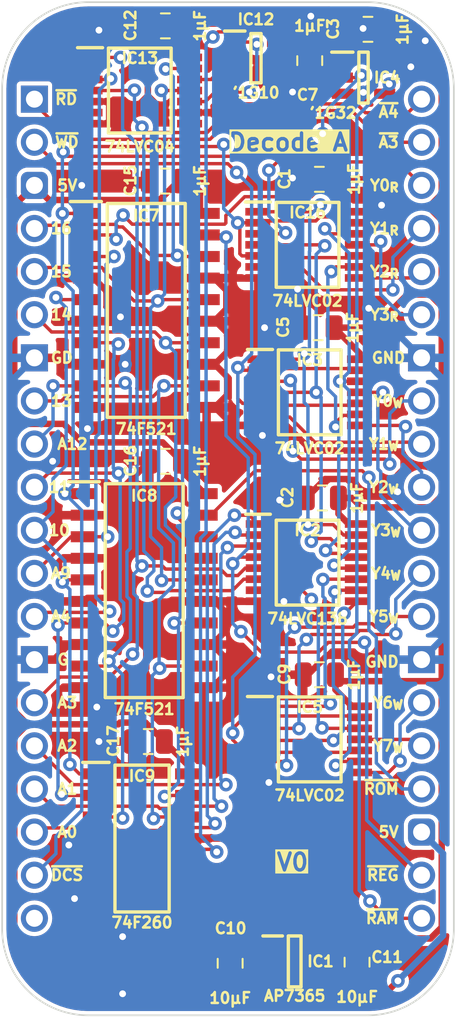
<source format=kicad_pcb>
(kicad_pcb (version 20221018) (generator pcbnew)
  (layers (0 "F.Cu" signal) (31 "B.Cu" signal) (36 "B.SilkS" user "B.Silkscreen") (37 "F.SilkS" user "F.Silkscreen") (38 "B.Mask" user) (39 "F.Mask" user) (44 "Edge.Cuts" user))
  (net 0 "")
  (net 1 "/5V")
  (net 2 "/GND")
  (net 3 "/3.3V")
  (net 5 "/A0")
  (net 6 "/A1")
  (net 7 "/A2")
  (net 8 "/A3")
  (net 9 "/~{A4}")
  (net 10 "/~{WD}")
  (net 11 "/~{A3}")
  (net 12 "/A9")
  (net 13 "/A10")
  (net 14 "/A11")
  (net 15 "/A12")
  (net 16 "/A13")
  (net 17 "/A14")
  (net 18 "/A15")
  (net 19 "/A16")
  (net 20 "/~{A10...+...A14}")
  (net 22 "/A4")
  (net 23 "/~{A15}")
  (net 24 "/~{A16}")
  (net 26 "/~{RD}")
  (net 28 "Net-(IC12-Y)")
  (net 29 "/~{Device Registers}")
  (net 30 "/~{Device ROM}")
  (net 31 "/~{Device RAM}")
  (net 32 "/~{Device Select}")
  (net 34 "/~{Y7}")
  (net 35 "/~{Y6}")
  (net 36 "/~{Y5}")
  (net 37 "/~{Y4}")
  (net 38 "/~{Y3}")
  (net 39 "/~{Y2}")
  (net 40 "/~{Y1}")
  (net 41 "/~{Y0}")
  (net 42 "/Y0+W")
  (net 43 "/Y1+W")
  (net 44 "/Y2+W")
  (net 45 "/Y3+W")
  (net 46 "/Y4+W")
  (net 47 "/Y5+W")
  (net 48 "/Y6+W")
  (net 49 "/Y7+W")
  (net 50 "/Y0+R")
  (net 51 "/Y1+R")
  (net 52 "/Y2+R")
  (net 53 "/Y3+R")
  (footprint "SamacSys_Parts:C_0805" (layer "F.Cu") (at 100.457 109.347)
    (fp_text reference "C10")
    (fp_text value "10µF")
  )
  (footprint "SamacSys_Parts:SOT95P285X130-5N" (layer "F.Cu") (at 104.267 109.22)
    (fp_text reference "IC1")
    (fp_text value "AP7365-33WG-7" hide)
  )
  (footprint "SamacSys_Parts:SOP65P640X110-14N" (layer "F.Cu") (at 105.029 67.002961)
    (fp_text reference "IC16")
    (fp_text value "74LVC02APW,118" hide)
  )
  (footprint "SamacSys_Parts:DIP-40_Board_W22.86mm" (layer "F.Cu") (at 88.9 58.42)
    (fp_text reference "J1" hide)
    (fp_text value "Conn_02x20_Counter_Clockwise")
    (fp_line (start -1.905 -0.635) (end -1.905 48.895) (stroke (width 0.1)) (layer "Edge.Cuts"))
    (fp_line (start 19.685 -5.715) (end 3.175 -5.715) (stroke (width 0.1)) (layer "Edge.Cuts"))
    (fp_line (start 19.685 53.975) (end 3.175 53.975) (stroke (width 0.1)) (layer "Edge.Cuts"))
    (fp_line (start 24.765 48.895) (end 24.765 -0.635) (stroke (width 0.1)) (layer "Edge.Cuts"))
    (fp_arc (start -1.905 -0.635) (mid -0.417102 -4.227102) (end 3.175 -5.715) (stroke (width 0.1)) (layer "Edge.Cuts"))
    (fp_arc (start 3.175 53.975) (mid -0.417102 52.487102) (end -1.905 48.895) (stroke (width 0.1)) (layer "Edge.Cuts"))
    (fp_arc (start 19.685 -5.715) (mid 23.277102 -4.227102) (end 24.765 -0.635) (stroke (width 0.1)) (layer "Edge.Cuts"))
    (fp_arc (start 24.765 48.895) (mid 23.277102 52.487102) (end 19.685 53.975) (stroke (width 0.1)) (layer "Edge.Cuts"))
  )
  (footprint "SamacSys_Parts:SOP65P640X110-14N" (layer "F.Cu") (at 105.156 75.692)
    (fp_text reference "IC3")
    (fp_text value "74LVC02APW,118" hide)
  )
  (footprint "SamacSys_Parts:SOT95P280X145-6N" (layer "F.Cu") (at 101.981 56.007)
    (fp_text reference "IC12")
    (fp_text value "SN74LVC1G10DBVR" hide)
  )
  (footprint "SamacSys_Parts:SOP65P640X110-16N" (layer "F.Cu") (at 105.029 85.725)
    (fp_text reference "IC2")
    (fp_text value "74LVC138APW-Q100J" hide)
  )
  (footprint "SamacSys_Parts:C_0805" (layer "F.Cu") (at 105.664 71.882 90)
    (fp_text reference "C5")
    (fp_text value "1μF")
  )
  (footprint "SamacSys_Parts:C_0805" (layer "F.Cu") (at 105.918 81.915 90)
    (fp_text reference "C2")
    (fp_text value "1μF")
  )
  (footprint "SamacSys_Parts:C_0805" (layer "F.Cu") (at 95.637 96.266 90)
    (fp_text reference "C17")
    (fp_text value "1μF")
  )
  (footprint "SamacSys_Parts:SOIC127P600X175-14N" (layer "F.Cu") (at 95.256 101.981)
    (fp_text reference "IC9")
    (fp_text value "SN74F260DR" hide)
  )
  (footprint "SamacSys_Parts:C_0805" (layer "F.Cu") (at 107.95 109.281)
    (fp_text reference "C11")
    (fp_text value "10µF")
  )
  (footprint "SamacSys_Parts:SOIC127P780X200-20N" (layer "F.Cu") (at 95.383 87.376)
    (fp_text reference "IC8")
    (fp_text value "SN74F521NSR" hide)
  )
  (footprint "SamacSys_Parts:SOP65P640X110-14N" (layer "F.Cu") (at 95.123 57.912)
    (fp_text reference "IC13")
    (fp_text value "74LVC04APW,118" hide)
  )
  (footprint "SamacSys_Parts:C_0805" (layer "F.Cu") (at 96.653 79.756 90)
    (fp_text reference "C16")
    (fp_text value "1μF")
  )
  (footprint "SamacSys_Parts:C_0805" (layer "F.Cu") (at 96.647 63.246 90)
    (fp_text reference "C15")
    (fp_text value "1μF")
  )
  (footprint "SamacSys_Parts:C_0805" (layer "F.Cu") (at 105.156 56.134 180)
    (fp_text reference "C7")
    (fp_text value "1μF")
  )
  (footprint "SamacSys_Parts:C_0805" (layer "F.Cu") (at 96.647 54.102 90)
    (fp_text reference "C12")
    (fp_text value "1μF")
  )
  (footprint "SamacSys_Parts:SOIC127P780X200-20N" (layer "F.Cu") (at 95.504 70.866)
    (fp_text reference "IC7")
    (fp_text value "SN74F521NSR" hide)
  )
  (footprint "SamacSys_Parts:C_0805" (layer "F.Cu") (at 108.6104 54.3052 90)
    (fp_text reference "C3")
    (fp_text value "1μF")
  )
  (footprint "SamacSys_Parts:SOT95P275X110-5N" (layer "F.Cu") (at 108.331 57.15)
    (fp_text reference "IC4")
    (fp_text value "74LVC1G32GV,125" hide)
  )
  (footprint "SamacSys_Parts:C_0805" (layer "F.Cu") (at 105.741 63.142161 90)
    (fp_text reference "C1")
    (fp_text value "1μF")
  )
  (footprint "SamacSys_Parts:C_0805" (layer "F.Cu") (at 105.7402 92.329 90)
    (fp_text reference "C9")
    (fp_text value "1μF")
  )
  (footprint "SamacSys_Parts:SOP65P640X110-14N" (layer "F.Cu") (at 105.156 96.139)
    (fp_text reference "IC5")
    (fp_text value "74LVC02APW,118" hide)
  )
  (gr_text "13" (at 89.789 76.2) (layer "F.SilkS") (effects (font (size 0.635 0.635) (thickness 0.15) bold) (justify left)))
  (gr_text "GND" (at 110.49 91.567) (layer "F.SilkS") (effects (font (size 0.635 0.635) (thickness 0.15) bold) (justify right)))
  (gr_text "Y3_{R}" (at 110.49 71.12) (layer "F.SilkS") (effects (font (size 0.635 0.635) (thickness 0.15) bold) (justify right)))
  (gr_text "Y7_{W}" (at 110.744 96.52) (layer "F.SilkS") (effects (font (size 0.635 0.635) (thickness 0.15) bold) (justify right)))
  (gr_text "A9" (at 89.789 86.36) (layer "F.SilkS") (effects (font (size 0.635 0.635) (thickness 0.15) bold) (justify left)))
  (gr_text "15" (at 89.789 68.58) (layer "F.SilkS") (effects (font (size 0.635 0.635) (thickness 0.15) bold) (justify left)))
  (gr_text "5V" (at 90.17 63.5) (layer "F.SilkS") (effects (font (size 0.635 0.635) (thickness 0.15) bold) (justify left)))
  (gr_text "A12" (at 90.17 78.74) (layer "F.SilkS") (effects (font (size 0.635 0.635) (thickness 0.15) bold) (justify left)))
  (gr_text "A2" (at 90.17 96.52) (layer "F.SilkS") (effects (font (size 0.635 0.635) (thickness 0.15) bold) (justify left)))
  (gr_text "10" (at 89.662 83.82) (layer "F.SilkS") (effects (font (size 0.635 0.635) (thickness 0.15) bold) (justify left)))
  (gr_text "~{WD}" (at 90.043 60.96) (layer "F.SilkS") (effects (font (size 0.635 0.635) (thickness 0.15) bold) (justify left)))
  (gr_text "11" (at 89.662 81.28) (layer "F.SilkS") (effects (font (size 0.635 0.635) (thickness 0.15) bold) (justify left)))
  (gr_text "Y0_{R}" (at 110.49 63.5) (layer "F.SilkS") (effects (font (size 0.635 0.635) (thickness 0.15) bold) (justify right)))
  (gr_text "Decode A" (at 103.886 60.96) (layer "F.SilkS" knockout) (effects (font (size 1 1) (thickness 0.2) bold)))
  (gr_text "GND" (at 110.871 73.66) (layer "F.SilkS") (effects (font (size 0.635 0.635) (thickness 0.15) bold) (justify right)))
  (gr_text "~{A4}" (at 110.49 59.182) (layer "F.SilkS") (effects (font (size 0.635 0.635) (thickness 0.15) bold) (justify right)))
  (gr_text "Y3_{W}" (at 110.617 83.82) (layer "F.SilkS") (effects (font (size 0.635 0.635) (thickness 0.15) bold) (justify right)))
  (gr_text "Y1_{R}" (at 110.49 66.04) (layer "F.SilkS") (effects (font (size 0.635 0.635) (thickness 0.15) bold) (justify right)))
  (gr_text "16" (at 89.789 66.04) (layer "F.SilkS") (effects (font (size 0.635 0.635) (thickness 0.15) bold) (justify left)))
  (gr_text "Y2_{R}" (at 110.49 68.58) (layer "F.SilkS") (effects (font (size 0.635 0.635) (thickness 0.15) bold) (justify right)))
  (gr_text "14" (at 89.789 71.12) (layer "F.SilkS") (effects (font (size 0.635 0.635) (thickness 0.15) bold) (justify left)))
  (gr_text "A3" (at 90.17 93.98) (layer "F.SilkS") (effects (font (size 0.635 0.635) (thickness 0.15) bold) (justify left)))
  (gr_text "Y5_{W}" (at 110.49 88.9) (layer "F.SilkS") (effects (font (size 0.635 0.635) (thickness 0.15) bold) (justify right)))
  (gr_text "A1" (at 90.17 99.06) (layer "F.SilkS") (effects (font (size 0.635 0.635) (thickness 0.15) bold) (justify left)))
  (gr_text "A0" (at 90.17 101.6) (layer "F.SilkS") (effects (font (size 0.635 0.635) (thickness 0.15) bold) (justify left)))
  (gr_text "A4" (at 89.789 88.9) (layer "F.SilkS") (effects (font (size 0.635 0.635) (thickness 0.15) bold) (justify left)))
  (gr_text "~{RD}" (at 90.043 58.42) (layer "F.SilkS") (effects (font (size 0.635 0.635) (thickness 0.15) bold) (justify left)))
  (gr_text "~{ROM}" (at 110.49 99.06) (layer "F.SilkS") (effects (font (size 0.635 0.635) (thickness 0.15) bold) (justify right)))
  (gr_text "~{REG}" (at 110.49 104.14) (layer "F.SilkS") (effects (font (size 0.635 0.635) (thickness 0.15) bold) (justify right)))
  (gr_text "GD" (at 89.789 73.66) (layer "F.SilkS") (effects (font (size 0.635 0.635) (thickness 0.15) bold) (justify left)))
  (gr_text "Y1_{W}" (at 110.49 78.74) (layer "F.SilkS") (effects (font (size 0.635 0.635) (thickness 0.15) bold) (justify right)))
  (gr_text "Y0_{W}" (at 110.744 76.2) (layer "F.SilkS") (effects (font (size 0.635 0.635) (thickness 0.15) bold) (justify right)))
  (gr_text "~{DCS}" (at 89.789 104.14) (layer "F.SilkS") (effects (font (size 0.635 0.635) (thickness 0.15) bold) (justify left)))
  (gr_text "Y2_{W}" (at 110.49 81.28) (layer "F.SilkS") (effects (font (size 0.635 0.635) (thickness 0.15) bold) (justify right)))
  (gr_text "Y6_{W}" (at 110.744 93.98) (layer "F.SilkS") (effects (font (size 0.635 0.635) (thickness 0.15) bold) (justify right)))
  (gr_text "V0" (at 104.14 103.378) (layer "F.SilkS" knockout) (effects (font (size 1 1) (thickness 0.2) bold)))
  (gr_text "G" (at 90.17 91.44) (layer "F.SilkS") (effects (font (size 0.635 0.635) (thickness 0.15) bold) (justify left)))
  (gr_text "5V" (at 110.49 101.6) (layer "F.SilkS") (effects (font (size 0.635 0.635) (thickness 0.15) bold) (justify right)))
  (gr_text "Y4_{W}" (at 110.617 86.36) (layer "F.SilkS") (effects (font (size 0.635 0.635) (thickness 0.15) bold) (justify right)))
  (gr_text "~{A3}" (at 110.49 60.96) (layer "F.SilkS") (effects (font (size 0.635 0.635) (thickness 0.15) bold) (justify right)))
  (gr_text "~{RAM}" (at 110.49 106.68) (layer "F.SilkS") (effects (font (size 0.635 0.635) (thickness 0.15) bold) (justify right)))
  (segment (start 90.342 110.281) (end 100.457 110.281) (width 0.38) (layer "F.Cu") (net 1))
  (segment (start 102.012 108.27) (end 102.002 108.28) (width 0.38) (layer "F.Cu") (net 1))
  (segment (start 87.71 78.057999) (end 87.71 94.472915) (width 0.38) (layer "F.Cu") (net 1))
  (segment (start 87.71 77.042001) (end 88.217999 77.55) (width 0.38) (layer "F.Cu") (net 1))
  (segment (start 93.853001 95.25) (end 93.952001 95.151) (width 0.38) (layer "F.Cu") (net 1))
  (segment (start 100.457 110.281) (end 101.281 111.105) (width 0.38) (layer "F.Cu") (net 1))
  (segment (start 98.679 63.881) (end 98.044 63.246) (width 0.38) (layer "F.Cu") (net 1))
  (segment (start 101.281 111.105) (end 109.621 111.105) (width 0.38) (layer "F.Cu") (net 1))
  (segment (start 88.487085 95.25) (end 87.71 96.027085) (width 0.38) (layer "F.Cu") (net 1))
  (segment (start 89.761 64.361) (end 88.9 63.5) (width 0.38) (layer "F.Cu") (net 1))
  (segment (start 100.457 110.109) (end 101.346 109.22) (width 0.38) (layer "F.Cu") (net 1))
  (segment (start 96.294 64.361) (end 89.761 64.361) (width 0.38) (layer "F.Cu") (net 1))
  (segment (start 90.635456 77.55) (end 91.726456 78.641) (width 0.38) (layer "F.Cu") (net 1))
  (segment (start 102.002 109.22) (end 102.002 110.16) (width 0.38) (layer "F.Cu") (net 1))
  (segment (start 102.002 108.28) (end 102.002 109.22) (width 0.38) (layer "F.Cu") (net 1))
  (segment (start 91.726456 78.641) (end 96.472 78.641) (width 0.38) (layer "F.Cu") (net 1))
  (segment (start 93.952001 95.151) (end 95.456 95.151) (width 0.38) (layer "F.Cu") (net 1))
  (segment (start 97.587 79.756) (end 97.587 80.303) (width 0.38) (layer "F.Cu") (net 1))
  (segment (start 87.71 64.69) (end 87.71 77.042001) (width 0.38) (layer "F.Cu") (net 1))
  (segment (start 102.002 110.16) (end 102.012 110.17) (width 0.38) (layer "F.Cu") (net 1))
  (segment (start 87.71 96.027085) (end 87.71 107.649) (width 0.38) (layer "F.Cu") (net 1))
  (segment (start 98.679 65.151) (end 98.679 63.881) (width 0.38) (layer "F.Cu") (net 1))
  (segment (start 88.217999 77.55) (end 90.635456 77.55) (width 0.38) (layer "F.Cu") (net 1))
  (segment (start 96.472 78.641) (end 97.587 79.756) (width 0.38) (layer "F.Cu") (net 1))
  (segment (start 87.71 107.649) (end 90.342 110.281) (width 0.38) (layer "F.Cu") (net 1))
  (segment (start 102.012 110.17) (end 102.967 110.17) (width 0.38) (layer "F.Cu") (net 1))
  (segment (start 97.587 80.303) (end 98.945 81.661) (width 0.38) (layer "F.Cu") (net 1))
  (segment (start 98.044 63.246) (end 97.581 63.246) (width 0.38) (layer "F.Cu") (net 1))
  (segment (start 97.981 97.676) (end 96.571 96.266) (width 0.38) (layer "F.Cu") (net 1))
  (segment (start 88.487085 95.25) (end 93.853001 95.25) (width 0.38) (layer "F.Cu") (net 1))
  (segment (start 88.9 63.5) (end 87.71 64.69) (width 0.38) (layer "F.Cu") (net 1))
  (segment (start 87.71 94.472915) (end 88.487085 95.25) (width 0.38) (layer "F.Cu") (net 1))
  (segment (start 97.409 63.246) (end 96.294 64.361) (width 0.38) (layer "F.Cu") (net 1))
  (segment (start 102.967 108.27) (end 102.012 108.27) (width 0.38) (layer "F.Cu") (net 1))
  (segment (start 88.217999 77.55) (end 87.71 78.057999) (width 0.38) (layer "F.Cu") (net 1))
  (segment (start 101.346 109.22) (end 102.002 109.22) (width 0.38) (layer "F.Cu") (net 1))
  (segment (start 97.981 98.171) (end 97.981 97.676) (width 0.38) (layer "F.Cu") (net 1))
  (segment (start 95.456 95.151) (end 96.571 96.266) (width 0.38) (layer "F.Cu") (net 1))
  (segment (start 109.621 111.105) (end 110.363 110.363) (width 0.38) (layer "F.Cu") (net 1))
  (via (at 110.363 110.363) (size 0.8) (drill 0.4) (layers "F.Cu" "B.Cu") (net 1))
  (segment (start 113.03 102.87) (end 111.76 101.6) (width 0.38) (layer "B.Cu") (net 1))
  (segment (start 113.03 107.696) (end 113.03 102.87) (width 0.38) (layer "B.Cu") (net 1))
  (segment (start 110.363 110.363) (end 113.03 107.696) (width 0.38) (layer "B.Cu") (net 1))
  (segment (start 99.395 90.551) (end 100.11 91.266) (width 0.38) (layer "F.Cu") (net 2))
  (segment (start 100.33 103.759) (end 99.440999 103.759) (width 0.38) (layer "F.Cu") (net 2))
  (segment (start 108.241208 58.1) (end 108.321467 58.019741) (width 0.38) (layer "F.Cu") (net 2))
  (segment (start 100.711 101.981) (end 97.981 101.981) (width 0.38) (layer "F.Cu") (net 2))
  (segment (start 101.258 107.58) (end 100.457 108.381) (width 0.38) (layer "F.Cu") (net 2))
  (segment (start 106.067 80.8) (end 107.367097 80.8) (width 0.38) (layer "F.Cu") (net 2))
  (segment (start 92.531 105.791) (end 91.540951 105.791) (width 0.38) (layer "F.Cu") (net 2))
  (segment (start 97.966488 101.995512) (end 92.545512 101.995512) (width 0.38) (layer "F.Cu") (net 2))
  (segment (start 99.549 74.041) (end 100.33 73.26) (width 0.38) (layer "F.Cu") (net 2))
  (segment (start 100.711 103.378) (end 100.33 103.759) (width 0.38) (layer "F.Cu") (net 2))
  (segment (start 107.597 91.214) (end 107.823 91.44) (width 0.38) (layer "F.Cu") (net 2))
  (segment (start 99.440999 103.759) (end 98.932999 103.251) (width 0.38) (layer "F.Cu") (net 2))
  (segment (start 100.629 77.642) (end 102.218 77.642) (width 0.38) (layer "F.Cu") (net 2))
  (segment (start 91.821 90.551) (end 94.107 90.551) (width 0.38) (layer "F.Cu") (net 2))
  (segment (start 107.081 58.1) (end 108.241208 58.1) (width 0.38) (layer "F.Cu") (net 2))
  (segment (start 102.104 88) (end 103.621 88) (width 0.38) (layer "F.Cu") (net 2))
  (segment (start 102.104 88) (end 98.956 88) (width 0.38) (layer "F.Cu") (net 2))
  (segment (start 104.7742 92.329) (end 102.997 92.329) (width 0.38) (layer "F.Cu") (net 2))
  (segment (start 97.981 104.521) (end 97.981 105.791) (width 0.38) (layer "F.Cu") (net 2))
  (segment (start 92.185 59.862) (end 93.954931 59.862) (width 0.38) (layer "F.Cu") (net 2))
  (segment (start 106.159103 91.214) (end 107.597 91.214) (width 0.38) (layer "F.Cu") (net 2))
  (segment (start 90.066132 79.661579) (end 89.976138 79.751573) (width 0.38) (layer "F.Cu") (net 2))
  (segment (start 99.549 74.041) (end 100.33 74.822) (width 0.38) (layer "F.Cu") (net 2))
  (segment (start 102.743 101.296) (end 102.058 101.981) (width 0.38) (layer "F.Cu") (net 2))
  (segment (start 93.98 70.549) (end 92.392 68.961) (width 0.38) (layer "F.Cu") (net 2))
  (segment (start 93.726 87.729) (end 93.726 86.106) (width 0.38) (layer "F.Cu") (net 2))
  (segment (start 98.945 88.011) (end 99.555 88.011) (width 0.38) (layer "F.Cu") (net 2))
  (segment (start 101.473 91.821) (end 102.108 92.456) (width 0.38) (layer "F.Cu") (net 2))
  (segment (start 103.775018 77.642) (end 105.254018 79.121) (width 0.38) (layer "F.Cu") (net 2))
  (segment (start 105.156 57.1) (end 104.256 58) (width 0.38) (layer "F.Cu") (net 2))
  (segment (start 91.942 71.501) (end 93.726 71.501) (width 0.38) (layer "F.Cu") (net 2))
  (segment (start 104.267 108.875) (end 104.267 107.58) (width 0.38) (layer "F.Cu") (net 2))
  (segment (start 91.942 77.739315) (end 92.032 77.829315) (width 0.38) (layer "F.Cu") (net 2))
  (segment (start 91.923137 87.908863) (end 92.03 87.802) (width 0.38) (layer "F.Cu") (net 2))
  (segment (start 100.231 70.786) (end 99.516 71.501) (width 0.38) (layer "F.Cu") (net 2))
  (segment (start 108.117054 81.549957) (end 110.347043 81.549957) (width 0.38) (layer "F.Cu") (net 2))
  (segment (start 95.597 58.219931) (end 95.597 54.186) (width 0.38) (layer "F.Cu") (net 2))
  (segment (start 102.218 98.089) (end 102.218 98.154) (width 0.38) (layer "F.Cu") (net 2))
  (segment (start 100.33 74.822) (end 100.33 75.8) (width 0.38) (layer "F.Cu") (net 2))
  (segment (start 95.504 91.948) (end 95.504 90.805) (width 0.38) (layer "F.Cu") (net 2))
  (segment (start 94.008 88.011) (end 93.726 87.729) (width 0.38) (layer "F.Cu") (net 2))
  (segment (start 92.583 93.853) (end 91.821 93.091) (width 0.38) (layer "F.Cu") (net 2))
  (segment (start 98.061 59.212) (end 96.589069 59.212) (width 0.38) (layer "F.Cu") (net 2))
  (segment (start 92.964 54.102) (end 95.681 54.102) (width 0.38) (layer "F.Cu") (net 2))
  (segment (start 102.967 109.22) (end 103.922 109.22) (width 0.38) (layer "F.Cu") (net 2))
  (segment (start 107.367097 80.8) (end 108.117054 81.549957) (width 0.38) (layer "F.Cu") (net 2))
  (segment (start 94.6785 89.9795) (end 94.6785 88.6815) (width 0.38) (layer "F.Cu") (net 2))
  (segment (start 99.516 68.961) (end 100.231 69.676) (width 0.38) (layer "F.Cu") (net 2))
  (segment (start 100.33 75.8) (end 99.549 76.581) (width 0.38) (layer "F.Cu") (net 2))
  (segment (start 107.95 108.315) (end 107.215 107.58) (width 0.38) (layer "F.Cu") (net 2))
  (segment (start 102.108 92.456) (end 102.87 92.456) (width 0.38) (layer "F.Cu") (net 2))
  (segment (start 94.234 71.501) (end 99.066 71.501) (width 0.38) (layer "F.Cu") (net 2))
  (segment (start 103.505 81.915) (end 103.378 82.042) (width 0.38) (layer "F.Cu") (net 2))
  (segment (start 105.044103 92.329) (end 106.159103 91.214) (width 0.38) (layer "F.Cu") (net 2))
  (segment (start 105.565009 70.739) (end 104.437 69.610991) (width 0.38) (layer "F.Cu") (net 2))
  (segment (start 104.952 81.915) (end 103.505 81.915) (width 0.38) (layer "F.Cu") (net 2))
  (segment (start 106.385 58.1) (end 105.385 57.1) (width 0.38) (layer "F.Cu") (net 2))
  (segment (start 102.091 68.952961) (end 103.77897 68.952961) (width 0.38) (layer "F.Cu") (net 2))
  (segment (start 102.997 92.329) (end 102.87 92.456) (width 0.38) (layer "F.Cu") (net 2))
  (segment (start 107.215 107.58) (end 104.267 107.58) (width 0.38) (layer "F.Cu") (net 2))
  (segment (start 96.589069 59.212) (end 95.597 58.219931) (width 0.38) (layer "F.Cu") (net 2))
  (segment (start 100.231 70.231) (end 100.231 70.786) (width 0.38) (layer "F.Cu") (net 2))
  (segment (start 99.395 93.091) (end 100.11 92.376) (width 0.38) (layer "F.Cu") (net 2))
  (segment (start 104.256 58) (end 104.14 58) (width 0.38) (layer "F.Cu") (net 2))
  (segment (start 100.231 69.676) (end 100.231 70.231) (width 0.38) (layer "F.Cu") (net 2))
  (segment (start 93.954931 59.862) (end 95.597 58.219931) (width 0.38) (layer "F.Cu") (net 2))
  (segment (start 102.054229 57.292) (end 102.762229 58) (width 0.38) (layer "F.Cu") (net 2))
  (segment (start 100.33 72.235) (end 99.596 71.501) (width 0.38) (layer "F.Cu") (net 2))
  (segment (start 92.71 54.356) (end 92.964 54.102) (width 0.38) (layer "F.Cu") (net 2))
  (segment (start 110.696458 80.216458) (end 110.347043 80.565872) (width 0.38) (layer "F.Cu") (net 2))
  (segment (start 104.952 81.915) (end 106.067 80.8) (width 0.38) (layer "F.Cu") (net 2))
  (segment (start 102.218 98.154) (end 102.743 98.679) (width 0.38) (layer "F.Cu") (net 2))
  (segment (start 93.98 71.247) (end 93.98 70.549) (width 0.38) (layer "F.Cu") (net 2))
  (segment (start 100.711 101.981) (end 100.711 103.378) (width 0.38) (layer "F.Cu") (net 2))
  (segment (start 97.981 105.791) (end 92.531 105.791) (width 0.38) (layer "F.Cu") (net 2))
  (segment (start 93.3125 58.572) (end 93.3025 58.562) (width 0.38) (layer "F.Cu") (net 2))
  (segment (start 99.066 74.041) (end 94.258 74.041) (width 0.38) (layer "F.Cu") (net 2))
  (segment (start 94.361 93.091) (end 95.504 91.948) (width 0.38) (layer "F.Cu") (net 2))
  (segment (start 93.726 86.106) (end 94.262 85.57) (width 0.38) (layer "F.Cu") (net 2))
  (segment (start 102.054229 56.350229) (end 102.054229 57.292) (width 0.38) (layer "F.Cu") (net 2))
  (segment (start 94.6785 88.6815) (end 94.008 88.011) (width 0.38) (layer "F.Cu") (net 2))
  (segment (start 102.362 77.786) (end 102.362 78.232) (width 0.38) (layer "F.Cu") (net 2))
  (segment (start 104.216196 63.142161) (end 104.14 63.065965) (width 0.38) (layer "F.Cu") (net 2))
  (segment (start 107.619 54.229) (end 108.2802 54.229) (width 0.38) (layer "F.Cu") (net 2))
  (segment (start 102.743 98.679) (end 102.743 101.296) (width 0.38) (layer "F.Cu") (net 2))
  (segment (start 100.11 92.376) (end 100.11 91.821) (width 0.38) (layer "F.Cu") (net 2))
  (segment (start 93.726 71.501) (end 93.98 71.247) (width 0.38) (layer "F.Cu") (net 2))
  (segment (start 108.2802 54.229) (end 108.3056 54.2544) (width 0.38) (layer "F.Cu") (net 2))
  (segment (start 102.058 101.981) (end 100.711 101.981) (width 0.38) (layer "F.Cu") (net 2))
  (segment (start 91.313 101.981) (end 90.932 102.362) (width 0.38) (layer "F.Cu") (net 2))
  (segment (start 100.11 91.266) (end 100.11 91.821) (width 0.38) (layer "F.Cu") (net 2))
  (segment (start 94.671 96.266) (end 92.71 96.266) (width 0.38) (layer "F.Cu") (net 2))
  (segment (start 100.11 88.566) (end 100.11 89.836) (width 0.38) (layer "F.Cu") (net 2))
  (segment (start 92.185 59.862) (end 93.3025 59.862) (width 0.38) (layer "F.Cu") (net 2))
  (segment (start 110.347043 80.565872) (end 110.347043 81.549957) (width 0.38) (layer "F.Cu") (net 2))
  (segment (start 94.262 81.181) (end 95.687 79.756) (width 0.38) (layer "F.Cu") (net 2))
  (segment (start 104.698 71.882) (end 102.489 71.882) (width 0.38) (layer "F.Cu") (net 2))
  (segment (start 94.107 90.551) (end 94.6785 89.9795) (width 0.38) (layer "F.Cu") (net 2))
  (segment (start 102.218 77.642) (end 103.775018 77.642) (width 0.38) (layer "F.Cu") (net 2))
  (segment (start 104.775 63.142161) (end 104.216196 63.142161) (width 0.38) (layer "F.Cu") (net 2))
  (segment (start 102.762229 58) (end 104.14 58) (width 0.38) (layer "F.Cu") (net 2))
  (segment (start 98.932999 103.251) (end 97.981 103.251) (width 0.38) (layer "F.Cu") (net 2))
  (segment (start 91.540951 105.791) (end 91.269032 105.519081) (width 0.38) (layer "F.Cu") (net 2))
  (segment (start 102.489 71.882) (end 100.81 70.203) (width 0.38) (layer "F.Cu") (net 2))
  (segment (start 90.043 91.44) (end 88.9 91.44) (width 0.38) (layer "F.Cu") (net 2))
  (segment (start 91.821 90.551) (end 90.932 90.551) (width 0.38) (layer "F.Cu") (net 2))
  (segment (start 99.555 88.011) (end 100.11 88.566) (width 0.38) (layer "F.Cu") (net 2))
  (segment (start 110.204085 79.121) (end 110.696458 79.613372) (width 0.38) (layer "F.Cu") (net 2))
  (segment (start 107.823 91.44) (end 111.76 91.44) (width 0.38) (layer "F.Cu") (net 2))
  (segment (start 93.3025 59.862) (end 93.3125 59.852) (width 0.38) (layer "F.Cu") (net 2))
  (segment (start 100.11 91.821) (end 101.473 91.821) (width 0.38) (layer "F.Cu") (net 2))
  (segment (start 93.799 87.802) (end 94.008 88.011) (width 0.38) (layer "F.Cu") (net 2))
  (segment (start 107.081 58.1) (end 106.385 58.1) (width 0.38) (layer "F.Cu") (net 2))
  (segment (start 92.531 101.981) (end 91.313 101.981) (width 0.38) (layer "F.Cu") (net 2))
  (segment (start 100.731 56.007) (end 101.711 56.007) (width 0.38) (layer "F.Cu") (net 2))
  (segment (start 93.3125 59.852) (end 93.3125 58.572) (width 0.38) (layer "F.Cu") (net 2))
  (segment (start 91.694 63.5) (end 95.427 63.5) (width 0.38) (layer "F.Cu") (net 2))
  (segment (start 100.259 70.203) (end 100.231 70.231) (width 0.38) (layer "F.Cu") (net 2))
  (segment (start 91.942 76.581) (end 99.066 76.581) (width 0.38) (layer "F.Cu") (net 2))
  (segment (start 100.81 70.203) (end 100.259 70.203) (width 0.38) (layer "F.Cu") (net 2))
  (segment (start 90.932 90.551) (end 90.043 91.44) (width 0.38) (layer "F.Cu") (net 2))
  (segment (start 95.504 90.805) (end 94.6785 89.9795) (width 0.38) (layer "F.Cu") (net 2))
  (segment (start 110.696458 79.613372) (end 110.696458 80.216458) (width 0.38) (layer "F.Cu") (net 2))
  (segment (start 91.942 76.581) (end 91.942 77.739315) (width 0.38) (layer "F.Cu") (net 2))
  (segment (start 93.98 71.247) (end 94.234 71.501) (width 0.38) (layer "F.Cu") (net 2))
  (segment (start 99.837 107.761) (end 94.107 107.761) (width 0.38) (layer "F.Cu") (net 2))
  (segment (start 100.33 73.26) (end 100.33 72.235) (width 0.38) (layer "F.Cu") (net 2))
  (segment (start 103.77897 68.952961) (end 104.437 69.610991) (width 0.38) (layer "F.Cu") (net 2))
  (segment (start 103.621 88) (end 103.632 88.011) (width 0.38) (layer "F.Cu") (net 2))
  (segment (start 95.592579 79.661579) (end 90.066132 79.661579) (width 0.38) (layer "F.Cu") (net 2))
  (segment (start 94.262 85.57) (end 94.262 81.181) (width 0.38) (layer "F.Cu") (net 2))
  (segment (start 100.457 108.381) (end 99.837 107.761) (width 0.38) (layer "F.Cu") (net 2))
  (segment (start 91.821 93.091) (end 94.361 93.091) (width 0.38) (layer "F.Cu") (net 2))
  (segment (start 99.568 76.581) (end 100.629 77.642) (width 0.38) (layer "F.Cu") (net 2))
  (segment (start 104.267 107.58) (end 101.258 107.58) (width 0.38) (layer "F.Cu") (net 2))
  (segment (start 92.583 94.234) (end 92.583 93.853) (width 0.38) (layer "F.Cu") (net 2))
  (segment (start 103.922 109.22) (end 104.267 108.875) (width 0.38) (layer "F.Cu") (net 2))
  (segment (start 105.254018 79.121) (end 110.204085 79.121) (width 0.38) (layer "F.Cu") (net 2))
  (segment (start 92.03 87.802) (end 93.799 87.802) (width 0.38) (layer "F.Cu") (net 2))
  (segment (start 100.11 89.836) (end 99.395 90.551) (width 0.38) (layer "F.Cu") (net 2))
  (segment (start 108.636788 70.739) (end 105.565009 70.739) (width 0.38) (layer "F.Cu") (net 2))
  (segment (start 93.3025 58.562) (end 92.185 58.562) (width 0.38) (layer "F.Cu") (net 2))
  (segment (start 91.942 74.041) (end 94.258 74.041) (width 0.38) (layer "F.Cu") (net 2))
  (segment (start 102.218 77.642) (end 102.362 77.786) (width 0.38) (layer "F.Cu") (net 2))
  (segment (start 101.711 56.007) (end 102.054229 56.350229) (width 0.38) (layer "F.Cu") (net 2))
  (via (at 94.107 107.761) (size 0.8) (drill 0.4) (layers "F.Cu" "B.Cu") (net 2))
  (via (at 111.125 56.515) (size 0.8) (drill 0.4) (layers "F.Cu" "B.Cu") (net 2))
  (via (at 92.71 96.266) (size 0.8) (drill 0.4) (layers "F.Cu" "B.Cu") (net 2))
  (via (at 102.362 78.232) (size 0.8) (drill 0.4) (layers "F.Cu" "B.Cu") (net 2))
  (via (at 111.975717 54.978483) (size 0.8) (drill 0.4) (layers "F.Cu" "B.Cu") (net 2))
  (via (at 104.437 69.610991) (size 0.8) (drill 0.4) (layers "F.Cu" "B.Cu") (net 2))
  (via (at 109.396868 64.667097) (size 0.8) (drill 0.4) (layers "F.Cu" "B.Cu") (net 2))
  (via (at 90.932 102.362) (size 0.8) (drill 0.4) (layers "F.Cu" "B.Cu") (net 2))
  (via (at 103.632 88.011) (size 0.8) (drill 0.4) (layers "F.Cu" "B.Cu") (net 2))
  (via (at 94.107 111.125) (size 0.8) (drill 0.4) (layers "F.Cu" "B.Cu") (net 2))
  (via (at 92.583 94.234) (size 0.8) (drill 0.4) (layers "F.Cu" "B.Cu") (net 2))
  (via (at 92.71 54.356) (size 0.8) (drill 0.4) (layers "F.Cu" "B.Cu") (net 2))
  (via (at 89.976138 79.751573) (size 0.8) (drill 0.4) (layers "F.Cu" "B.Cu") (net 2))
  (via (at 92.032 77.829315) (size 0.8) (drill 0.4) (layers "F.Cu" "B.Cu") (net 2))
  (via (at 108.3056 54.2544) (size 0.8) (drill 0.4) (layers "F.Cu" "B.Cu") (net 2))
  (via (at 93.98 71.247) (size 0.8) (drill 0.4) (layers "F.Cu" "B.Cu") (net 2))
  (via (at 104.14 58) (size 0.8) (drill 0.4) (layers "F.Cu" "B.Cu") (net 2))
  (via (at 91.694 63.5) (size 0.8) (drill 0.4) (layers "F.Cu" "B.Cu") (net 2))
  (via (at 108.636788 70.739) (size 0.8) (drill 0.4) (layers "F.Cu" "B.Cu") (net 2))
  (via (at 102.87 92.456) (size 0.8) (drill 0.4) (layers "F.Cu" "B.Cu") (net 2))
  (via (at 103.378 82.042) (size 0.8) (drill 0.4) (layers "F.Cu" "B.Cu") (net 2))
  (via (at 91.269032 105.519081) (size 0.8) (drill 0.4) (layers "F.Cu" "B.Cu") (net 2))
  (via (at 108.321467 58.019741) (size 0.8) (drill 0.4) (layers "F.Cu" "B.Cu") (net 2))
  (via (at 104.14 63.065965) (size 0.8) (drill 0.4) (layers "F.Cu" "B.Cu") (net 2))
  (via (at 102.743 98.679) (size 0.8) (drill 0.4) (layers "F.Cu" "B.Cu") (net 2))
  (via (at 94.258 74.041) (size 0.8) (drill 0.4) (layers "F.Cu" "B.Cu") (net 2))
  (via (at 110.347043 81.549957) (size 0.8) (drill 0.4) (layers "F.Cu" "B.Cu") (net 2))
  (via (at 102.489 71.882) (size 0.8) (drill 0.4) (layers "F.Cu" "B.Cu") (net 2))
  (via (at 105.2195 53.5305) (size 0.8) (drill 0.4) (layers "F.Cu" "B.Cu") (net 2))
  (segment (start 112.95 83.312) (end 112.95 90.25) (width 0.38) (layer "B.Cu") (net 2))
  (segment (start 111.76 73.66) (end 112.95 74.85) (width 0.38) (layer "B.Cu") (net 2))
  (segment (start 88.392 79.93) (end 89.797711 79.93) (width 0.38) (layer "B.Cu") (net 2))
  (segment (start 90.932 105.182049) (end 91.269032 105.519081) (width 0.38) (layer "B.Cu") (net 2))
  (segment (start 108.839 70.739) (end 108.636788 70.739) (width 0.38) (layer "B.Cu") (net 2))
  (segment (start 112.268 82.63) (end 112.95 83.312) (width 0.38) (layer "B.Cu") (net 2))
  (segment (start 92.71 96.266) (end 92.71 94.361) (width 0.38) (layer "B.Cu") (net 2))
  (segment (start 92.71 94.361) (end 92.583 94.234) (width 0.38) (layer "B.Cu") (net 2))
  (segment (start 88.9 73.66) (end 87.71 74.85) (width 0.38) (layer "B.Cu") (net 2))
  (segment (start 112.95 81.788) (end 112.95 81.948) (width 0.38) (layer "B.Cu") (net 2))
  (segment (start 102.489 71.882) (end 104.630143 69.740857) (width 0.38) (layer "B.Cu") (net 2))
  (segment (start 112.95 81.948) (end 112.268 82.63) (width 0.38) (layer "B.Cu") (net 2))
  (segment (start 102.87 92.456) (end 102.87 98.552) (width 0.38) (layer "B.Cu") (net 2))
  (segment (start 111.76 73.66) (end 108.839 70.739) (width 0.38) (layer "B.Cu") (net 2))
  (segment (start 87.71 80.518) (end 87.71 92.79) (width 0.38) (layer "B.Cu") (net 2))
  (segment (start 87.71 79.248) (end 88.392 79.93) (width 0.38) (layer "B.Cu") (net 2))
  (segment (start 104.647 63.572965) (end 104.647 69.400991) (width 0.38) (layer "B.Cu") (net 2))
  (segment (start 102.87 98.552) (end 102.743 98.679) (width 0.38) (layer "B.Cu") (net 2))
  (segment (start 102.362 78.232) (end 103.378 79.248) (width 0.38) (layer "B.Cu") (net 2))
  (segment (start 111.975717 54.978483) (end 111.975715 54.978485) (width 0.38) (layer "B.Cu") (net 2))
  (segment (start 91.694 55.372) (end 92.71 54.356) (width 0.38) (layer "B.Cu") (net 2))
  (segment (start 104.14 63.065965) (end 104.647 63.572965) (width 0.38) (layer "B.Cu") (net 2))
  (segment (start 89.797711 79.93) (end 89.976138 79.751573) (width 0.38) (layer "B.Cu") (net 2))
  (segment (start 106.667485 54.978485) (end 105.2195 53.5305) (width 0.38) (layer "B.Cu") (net 2))
  (segment (start 104.647 69.400991) (end 104.437 69.610991) (width 0.38) (layer "B.Cu") (net 2))
  (segment (start 90.932 102.362) (end 90.932 105.182049) (width 0.38) (layer "B.Cu") (net 2))
  (segment (start 103.378 87.757) (end 103.632 88.011) (width 0.38) (layer "B.Cu") (net 2))
  (segment (start 88.298 79.93) (end 87.71 80.518) (width 0.38) (layer "B.Cu") (net 2))
  (segment (start 108.321467 58.019741) (end 109.093 57.248208) (width 0.38) (layer "B.Cu") (net 2))
  (segment (start 112.268 82.63) (end 111.427086 82.63) (width 0.38) (layer "B.Cu") (net 2))
  (segment (start 104.267 62.938965) (end 104.267 58.127) (width 0.38) (layer "B.Cu") (net 2))
  (segment (start 91.694 63.5) (end 91.694 55.372) (width 0.38) (layer "B.Cu") (net 2))
  (segment (start 109.093 57.248208) (end 109.093 55.0418) (width 0.38) (layer "B.Cu") (net 2))
  (segment (start 111.125 57.372085) (end 111.125 56.515) (width 0.38) (layer "B.Cu") (net 2))
  (segment (start 103.378 79.248) (end 103.378 82.042) (width 0.38) (layer "B.Cu") (net 2))
  (segment (start 109.093 55.0418) (end 108.3056 54.2544) (width 0.38) (layer "B.Cu") (net 2))
  (segment (start 90.932 102.362) (end 92.71 100.584) (width 0.38) (layer "B.Cu") (net 2))
  (segment (start 109.396868 64.667097) (end 109.396868 59.100217) (width 0.38) (layer "B.Cu") (net 2))
  (segment (start 104.14 63.065965) (end 104.267 62.938965) (width 0.38) (layer "B.Cu") (net 2))
  (segment (start 112.95 90.25) (end 111.76 91.44) (width 0.38) (layer "B.Cu") (net 2))
  (segment (start 94.107 107.761) (end 91.865081 105.519081) (width 0.38) (layer "B.Cu") (net 2))
  (segment (start 92.71 54.356) (end 93.5736 53.4924) (width 0.38) (layer "B.Cu") (net 2))
  (segment (start 94.107 107.761) (end 94.107 111.125) (width 0.38) (layer "B.Cu") (net 2))
  (segment (start 111.975717 55.664283) (end 111.975717 54.978483) (width 0.38) (layer "B.Cu") (net 2))
  (segment (start 112.95 74.85) (end 112.95 81.788) (width 0.38) (layer "B.Cu") (net 2))
  (segment (start 111.125 56.515) (end 111.975717 55.664283) (width 0.38) (layer "B.Cu") (net 2))
  (segment (start 88.392 79.93) (end 88.298 79.93) (width 0.38) (layer "B.Cu") (net 2))
  (segment (start 104.267 58.127) (end 104.14 58) (width 0.38) (layer "B.Cu") (net 2))
  (segment (start 111.975715 54.978485) (end 106.667485 54.978485) (width 0.38) (layer "B.Cu") (net 2))
  (segment (start 111.427086 82.63) (end 110.347043 81.549957) (width 0.38) (layer "B.Cu") (net 2))
  (segment (start 102.362 78.232) (end 102.362 72.009) (width 0.38) (layer "B.Cu") (net 2))
  (segment (start 105.1814 53.4924) (end 105.2195 53.5305) (width 0.38) (layer "B.Cu") (net 2))
  (segment (start 91.865081 105.519081) (end 91.269032 105.519081) (width 0.38) (layer "B.Cu") (net 2))
  (segment (start 103.378 82.042) (end 103.378 87.757) (width 0.38) (layer "B.Cu") (net 2))
  (segment (start 91.837036 63.643036) (end 91.837036 77.634351) (width 0.38) (layer "B.Cu") (net 2))
  (segment (start 93.5736 53.4924) (end 105.1814 53.4924) (width 0.38) (layer "B.Cu") (net 2))
  (segment (start 109.396868 59.100217) (end 111.125 57.372085) (width 0.38) (layer "B.Cu") (net 2))
  (segment (start 92.71 100.584) (end 92.71 96.266) (width 0.38) (layer "B.Cu") (net 2))
  (segment (start 91.837036 77.634351) (end 92.032 77.829315) (width 0.38) (layer "B.Cu") (net 2))
  (segment (start 91.694 63.5) (end 91.837036 63.643036) (width 0.38) (layer "B.Cu") (net 2))
  (segment (start 87.71 74.85) (end 87.71 79.248) (width 0.38) (layer "B.Cu") (net 2))
  (segment (start 106.277817 63.142161) (end 105.252817 64.167161) (width 0.2) (layer "F.Cu") (net 3))
  (segment (start 93.472 66.421) (end 93.726 66.675) (width 0.2) (layer "F.Cu") (net 3))
  (segment (start 106.6742 92.329) (end 107.0552 92.71) (width 0.38) (layer "F.Cu") (net 3))
  (segment (start 112.188 64.77) (end 112.172915 64.77) (width 0.38) (layer "F.Cu") (net 3))
  (segment (start 112.95 107.205) (end 112.95 93.392) (width 0.38) (layer "F.Cu") (net 3))
  (segment (start 97.581 54.212) (end 97.917 54.548) (width 0.38) (layer "F.Cu") (net 3))
  (segment (start 103.955036 56.007) (end 103.231 56.007) (width 0.38) (layer "F.Cu") (net 3))
  (segment (start 112.95 57.07) (end 112.95 64.008) (width 0.38) (layer "F.Cu") (net 3))
  (segment (start 97.917 55.818) (end 98.061 55.962) (width 0.38) (layer "F.Cu") (net 3))
  (segment (start 112.172915 64.77) (end 110.617 64.77) (width 0.38) (layer "F.Cu") (net 3))
  (segment (start 107.0356 53.1876) (end 105.201 55.0222) (width 0.38) (layer "F.Cu") (net 3))
  (segment (start 105.567 108.27) (end 106.005 108.27) (width 0.38) (layer "F.Cu") (net 3))
  (segment (start 112.87 92.71) (end 112.95 92.63) (width 0.38) (layer "F.Cu") (net 3))
  (segment (start 97.716 53.967) (end 103.923 53.967) (width 0.38) (layer "F.Cu") (net 3))
  (segment (start 108.216853 82.47) (end 112.268 82.47) (width 0.38) (layer "F.Cu") (net 3))
  (segment (start 94.672586 65.786) (end 94.135793 65.249207) (width 0.2) (layer "F.Cu") (net 3))
  (segment (start 106.675 64.203961) (end 107.524 65.052961) (width 0.38) (layer "F.Cu") (net 3))
  (segment (start 97.917 54.548) (end 97.917 55.818) (width 0.38) (layer "F.Cu") (net 3))
  (segment (start 109.773 54.229) (end 109.773 56.008) (width 0.38) (layer "F.Cu") (net 3))
  (segment (start 106.852 81.915) (end 107.661853 81.915) (width 0.38) (layer "F.Cu") (net 3))
  (segment (start 107.95 110.215) (end 110.295 107.87) (width 0.38) (layer "F.Cu") (net 3))
  (segment (start 108.094 73.378) (end 106.598 71.882) (width 0.38) (layer "F.Cu") (net 3))
  (segment (start 100.203 65.278) (end 100.203 65.714) (width 0.2) (layer "F.Cu") (net 3))
  (segment (start 110.109 54.229) (end 112.95 57.07) (width 0.38) (layer "F.Cu") (net 3))
  (segment (start 109.773 56.008) (end 109.581 56.2) (width 0.38) (layer "F.Cu") (net 3))
  (segment (start 110.295 107.87) (end 112.285 107.87) (width 0.38) (layer "F.Cu") (net 3))
  (segment (start 112.95 83.152) (end 112.268 82.47) (width 0.38) (layer "F.Cu") (net 3))
  (segment (start 106.005 108.27) (end 107.95 110.215) (width 0.38) (layer "F.Cu") (net 3))
  (segment (start 91.942 66.421) (end 93.472 66.421) (width 0.2) (layer "F.Cu") (net 3))
  (segment (start 112.268 92.71) (end 112.87 92.71) (width 0.38) (layer "F.Cu") (net 3))
  (segment (start 109.773 54.229) (end 108.7316 53.1876) (width 0.38) (layer "F.Cu") (net 3))
  (segment (start 112.268 92.71) (end 112.95 93.392) (width 0.38) (layer "F.Cu") (net 3))
  (segment (start 107.0552 92.71) (end 112.188 92.71) (width 0.38) (layer "F.Cu") (net 3))
  (segment (start 100.131 65.786) (end 94.672586 65.786) (width 0.2) (layer "F.Cu") (net 3))
  (segment (start 109.773 54.229) (end 110.109 54.229) (width 0.38) (layer "F.Cu") (net 3))
  (segment (start 106.852 82.849) (end 106.852 81.915) (width 0.38) (layer "F.Cu") (net 3))
  (segment (start 101.313839 64.167161) (end 100.203 65.278) (width 0.2) (layer "F.Cu") (net 3))
  (segment (start 107.651 94.189) (end 106.6742 93.2122) (width 0.38) (layer "F.Cu") (net 3))
  (segment (start 108.989161 63.142161) (end 106.675 63.142161) (width 0.38) (layer "F.Cu") (net 3))
  (segment (start 106.6742 93.2122) (end 106.6742 92.329) (width 0.38) (layer "F.Cu") (net 3))
  (segment (start 107.453 83.45) (end 106.852 82.849) (width 0.38) (layer "F.Cu") (net 3))
  (segment (start 112.95 70.627085) (end 112.252915 69.93) (width 0.38) (layer "F.Cu") (net 3))
  (segment (start 104.762036 55.2) (end 103.955036 56.007) (width 0.38) (layer "F.Cu") (net 3))
  (segment (start 108.966 71.882) (end 106.598 71.882) (width 0.38) (layer "F.Cu") (net 3))
  (segment (start 107.661853 81.915) (end 108.216853 82.47) (width 0.38) (layer "F.Cu") (net 3))
  (segment (start 112.285 107.87) (end 112.95 107.205) (width 0.38) (layer "F.Cu") (net 3))
  (segment (start 112.95 69.232915) (end 112.95 65.547085) (width 0.38) (layer "F.Cu") (net 3))
  (segment (start 108.7316 53.1876) (end 107.0356 53.1876) (width 0.38) (layer "F.Cu") (net 3))
  (segment (start 108.094 73.742) (end 108.094 73.378) (width 0.38) (layer "F.Cu") (net 3))
  (segment (start 106.675 63.142161) (end 106.675 64.203961) (width 0.38) (layer "F.Cu") (net 3))
  (segment (start 112.95 81.788) (end 112.95 70.627085) (width 0.38) (layer "F.Cu") (net 3))
  (segment (start 112.95 65.547085) (end 112.172915 64.77) (width 0.38) (layer "F.Cu") (net 3))
  (segment (start 110.918 69.93) (end 108.966 71.882) (width 0.38) (layer "F.Cu") (net 3))
  (segment (start 110.617 64.77) (end 108.989161 63.142161) (width 0.38) (layer "F.Cu") (net 3))
  (segment (start 103.923 53.967) (end 105.156 55.2) (width 0.38) (layer "F.Cu") (net 3))
  (segment (start 112.252915 69.93) (end 110.918 69.93) (width 0.38) (layer "F.Cu") (net 3))
  (segment (start 112.95 64.008) (end 112.188 64.77) (width 0.38) (layer "F.Cu") (net 3))
  (segment (start 112.268 82.47) (end 112.95 81.788) (width 0.38) (layer "F.Cu") (net 3))
  (segment (start 100.203 65.714) (end 100.131 65.786) (width 0.2) (layer "F.Cu") (net 3))
  (segment (start 112.95 92.63) (end 112.95 83.152) (width 0.38) (layer "F.Cu") (net 3))
  (segment (start 112.95 69.232915) (end 112.252915 69.93) (width 0.38) (layer "F.Cu") (net 3))
  (segment (start 105.252817 64.167161) (end 101.313839 64.167161) (width 0.2) (layer "F.Cu") (net 3))
  (via (at 94.135793 65.249207) (size 0.8) (drill 0.4) (layers "F.Cu" "B.Cu") (net 3))
  (via (at 93.726 66.675) (size 0.8) (drill 0.4) (layers "F.Cu" "B.Cu") (net 3))
  (segment (start 93.726 65.659) (end 94.135793 65.249207) (width 0.2) (layer "B.Cu") (net 3))
  (segment (start 93.726 66.675) (end 93.726 65.659) (width 0.2) (layer "B.Cu") (net 3))
  (segment (start 99.323918 101.336082) (end 99.568 101.092) (width 0.2) (layer "F.Cu") (net 5))
  (segment (start 93.69705 101.356) (end 93.846562 101.505512) (width 0.2) (layer "F.Cu") (net 5))
  (segment (start 102.104 83.45) (end 101.585028 82.931028) (width 0.2) (layer "F.Cu") (net 5))
  (segment (start 96.392386 101.336082) (end 99.323918 101.336082) (width 0.2) (layer "F.Cu") (net 5))
  (segment (start 93.846562 101.505512) (end 96.222956 101.505512) (width 0.2) (layer "F.Cu") (net 5))
  (segment (start 96.222956 101.505512) (end 96.392386 101.336082) (width 0.2) (layer "F.Cu") (net 5))
  (segment (start 89.144 101.356) (end 93.69705 101.356) (width 0.2) (layer "F.Cu") (net 5))
  (segment (start 101.585028 82.931028) (end 100.711 82.931028) (width 0.2) (layer "F.Cu") (net 5))
  (via (at 100.711 82.931028) (size 0.8) (drill 0.4) (layers "F.Cu" "B.Cu") (net 5))
  (via (at 99.568 101.092) (size 0.8) (drill 0.4) (layers "F.Cu" "B.Cu") (net 5))
  (segment (start 100.640642 82.931028) (end 99.107965 84.463705) (width 0.2) (layer "B.Cu") (net 5))
  (segment (start 100.711 82.931028) (end 100.640642 82.931028) (width 0.2) (layer "B.Cu") (net 5))
  (segment (start 99.107965 100.631965) (end 99.568 101.092) (width 0.2) (layer "B.Cu") (net 5))
  (segment (start 99.107965 84.463705) (end 99.107965 100.631965) (width 0.2) (layer "B.Cu") (net 5))
  (segment (start 96.874273 100.206) (end 97.004277 100.075996) (width 0.2) (layer "F.Cu") (net 6))
  (segment (start 100.905682 84.1) (end 100.74701 83.941328) (width 0.2) (layer "F.Cu") (net 6))
  (segment (start 97.004277 100.075996) (end 99.949 100.075996) (width 0.2) (layer "F.Cu") (net 6))
  (segment (start 96.164373 100.076) (end 96.294373 100.206) (width 0.2) (layer "F.Cu") (net 6))
  (segment (start 102.104 84.1) (end 100.905682 84.1) (width 0.2) (layer "F.Cu") (net 6))
  (segment (start 96.294373 100.206) (end 96.874273 100.206) (width 0.2) (layer "F.Cu") (net 6))
  (segment (start 88.9 99.06) (end 89.916 100.076) (width 0.2) (layer "F.Cu") (net 6))
  (segment (start 89.916 100.076) (end 96.164373 100.076) (width 0.2) (layer "F.Cu") (net 6))
  (via (at 99.949 100.075996) (size 0.8) (drill 0.4) (layers "F.Cu" "B.Cu") (net 6))
  (via (at 100.74701 83.941328) (size 0.8) (drill 0.4) (layers "F.Cu" "B.Cu") (net 6))
  (segment (start 99.507965 99.634961) (end 99.949 100.075996) (width 0.2) (layer "B.Cu") (net 6))
  (segment (start 99.507965 84.637471) (end 99.507965 99.634961) (width 0.2) (layer "B.Cu") (net 6))
  (segment (start 100.204108 83.941328) (end 99.507965 84.637471) (width 0.2) (layer "B.Cu") (net 6))
  (segment (start 100.74701 83.941328) (end 100.204108 83.941328) (width 0.2) (layer "B.Cu") (net 6))
  (segment (start 91.186 98.806) (end 100.207985 98.806) (width 0.2) (layer "F.Cu") (net 7))
  (segment (start 100.385386 84.75) (end 100.299684 84.835702) (width 0.2) (layer "F.Cu") (net 7))
  (segment (start 91.186 98.806) (end 88.9 96.52) (width 0.2) (layer "F.Cu") (net 7))
  (segment (start 102.104 84.75) (end 100.385386 84.75) (width 0.2) (layer "F.Cu") (net 7))
  (via (at 100.299684 84.835702) (size 0.8) (drill 0.4) (layers "F.Cu" "B.Cu") (net 7))
  (via (at 100.207985 98.806) (size 0.8) (drill 0.4) (layers "F.Cu" "B.Cu") (net 7))
  (segment (start 99.907965 98.50598) (end 100.207985 98.806) (width 0.2) (layer "B.Cu") (net 7))
  (segment (start 100.299684 84.835702) (end 99.907965 85.227421) (width 0.2) (layer "B.Cu") (net 7))
  (segment (start 99.907965 85.227421) (end 99.907965 98.50598) (width 0.2) (layer "B.Cu") (net 7))
  (segment (start 94.698848 91.117078) (end 93.349926 92.466) (width 0.2) (layer "F.Cu") (net 8))
  (segment (start 101.344315 86.05) (end 100.907315 86.487) (width 0.2) (layer "F.Cu") (net 8))
  (segment (start 102.104 86.05) (end 101.344315 86.05) (width 0.2) (layer "F.Cu") (net 8))
  (segment (start 92.185 55.962) (end 93.98 55.962) (width 0.2) (layer "F.Cu") (net 8))
  (segment (start 100.262553 86.487) (end 99.881553 86.106) (width 0.2) (layer "F.Cu") (net 8))
  (segment (start 93.349926 92.466) (end 90.414 92.466) (width 0.2) (layer "F.Cu") (net 8))
  (segment (start 96.640931 86.106) (end 96.454347 85.919416) (width 0.2) (layer "F.Cu") (net 8))
  (segment (start 100.907315 86.487) (end 100.262553 86.487) (width 0.2) (layer "F.Cu") (net 8))
  (segment (start 99.881553 86.106) (end 96.640931 86.106) (width 0.2) (layer "F.Cu") (net 8))
  (segment (start 96.454347 85.919416) (end 95.25 85.919416) (width 0.2) (layer "F.Cu") (net 8))
  (segment (start 90.414 92.466) (end 88.9 93.98) (width 0.2) (layer "F.Cu") (net 8))
  (via (at 93.98 55.962) (size 0.8) (drill 0.4) (layers "F.Cu" "B.Cu") (net 8))
  (via (at 94.698848 91.117078) (size 0.8) (drill 0.4) (layers "F.Cu" "B.Cu") (net 8))
  (via (at 95.25 85.919416) (size 0.8) (drill 0.4) (layers "F.Cu" "B.Cu") (net 8))
  (segment (start 94.763 87.561679) (end 94.972 87.770678) (width 0.2) (layer "B.Cu") (net 8))
  (segment (start 94.958004 85.62742) (end 95.25 85.919416) (width 0.2) (layer "B.Cu") (net 8))
  (segment (start 94.763 86.406416) (end 94.763 87.561679) (width 0.2) (layer "B.Cu") (net 8))
  (segment (start 94.972 90.843926) (end 94.698848 91.117078) (width 0.2) (layer "B.Cu") (net 8))
  (segment (start 94.107 60.198) (end 94.958004 61.049004) (width 0.2) (layer "B.Cu") (net 8))
  (segment (start 95.25 85.919416) (end 94.763 86.406416) (width 0.2) (layer "B.Cu") (net 8))
  (segment (start 94.972 87.770678) (end 94.972 90.843926) (width 0.2) (layer "B.Cu") (net 8))
  (segment (start 94.958004 61.049004) (end 94.958004 85.62742) (width 0.2) (layer "B.Cu") (net 8))
  (segment (start 94.107 56.089) (end 94.107 60.198) (width 0.2) (layer "B.Cu") (net 8))
  (segment (start 93.98 55.962) (end 94.107 56.089) (width 0.2) (layer "B.Cu") (net 8))
  (segment (start 108.444491 59.219999) (end 107.924491 58.7) (width 0.2) (layer "F.Cu") (net 9))
  (segment (start 102.104 86.7) (end 101.26 86.7) (width 0.2) (layer "F.Cu") (net 9))
  (segment (start 100.7855 58.7) (end 99.0985 60.387) (width 0.2) (layer "F.Cu") (net 9))
  (segment (start 110.960001 59.219999) (end 108.444491 59.219999) (width 0.2) (layer "F.Cu") (net 9))
  (segment (start 92.185 57.912) (end 94.787702 57.912) (width 0.2) (layer "F.Cu") (net 9))
  (segment (start 96.697915 87.48042) (end 95.646921 87.48042) (width 0.2) (layer "F.Cu") (net 9))
  (segment (start 94.787702 57.912) (end 94.807 57.892702) (width 0.2) (layer "F.Cu") (net 9))
  (segment (start 96.802335 87.376) (end 96.697915 87.48042) (width 0.2) (layer "F.Cu") (net 9))
  (segment (start 101.26 86.7) (end 100.584 87.376) (width 0.2) (layer "F.Cu") (net 9))
  (segment (start 95.646921 87.48042) (end 95.564626 87.398125) (width 0.2) (layer "F.Cu") (net 9))
  (segment (start 99.0985 60.387) (end 95.566 60.387) (width 0.2) (layer "F.Cu") (net 9))
  (segment (start 95.566 60.387) (end 95.25 60.071) (width 0.2) (layer "F.Cu") (net 9))
  (segment (start 100.584 87.376) (end 96.802335 87.376) (width 0.2) (layer "F.Cu") (net 9))
  (segment (start 107.924491 58.7) (end 100.7855 58.7) (width 0.2) (layer "F.Cu") (net 9))
  (segment (start 111.76 58.42) (end 110.960001 59.219999) (width 0.2) (layer "F.Cu") (net 9))
  (via (at 95.25 60.071) (size 0.8) (drill 0.4) (layers "F.Cu" "B.Cu") (net 9))
  (via (at 95.564626 87.398125) (size 0.8) (drill 0.4) (layers "F.Cu" "B.Cu") (net 9))
  (via (at 94.807 57.892702) (size 0.8) (drill 0.4) (layers "F.Cu" "B.Cu") (net 9))
  (segment (start 95.358 85.037466) (end 95.95 85.629466) (width 0.2) (layer "B.Cu") (net 9))
  (segment (start 95.564626 86.59474) (end 95.564626 87.398125) (width 0.2) (layer "B.Cu") (net 9))
  (segment (start 94.807 59.628) (end 94.807 57.892702) (width 0.2) (layer "B.Cu") (net 9))
  (segment (start 95.95 86.209366) (end 95.564626 86.59474) (width 0.2) (layer "B.Cu") (net 9))
  (segment (start 95.25 60.071) (end 94.807 59.628) (width 0.2) (layer "B.Cu") (net 9))
  (segment (start 95.25 60.071) (end 95.358 60.179) (width 0.2) (layer "B.Cu") (net 9))
  (segment (start 95.358 60.179) (end 95.358 85.037466) (width 0.2) (layer "B.Cu") (net 9))
  (segment (start 95.95 85.629466) (end 95.95 86.209366) (width 0.2) (layer "B.Cu") (net 9))
  (segment (start 102.218 76.342) (end 101.187716 76.342) (width 0.2) (layer "F.Cu") (net 10))
  (segment (start 102.296046 94.760954) (end 108.015954 94.760954) (width 0.2) (layer "F.Cu") (net 10))
  (segment (start 100.607965 96.162965) (end 100.607965 95.757364) (width 0.2) (layer "F.Cu") (net 10))
  (segment (start 102.508 74.292) (end 107.994 74.292) (width 0.2) (layer "F.Cu") (net 10))
  (segment (start 101.234 96.789) (end 100.607965 96.162965) (width 0.2) (layer "F.Cu") (net 10))
  (segment (start 91.186 62.23) (end 91.195 62.221) (width 0.2) (layer "F.Cu") (net 10))
  (segment (start 91.195 62.221) (end 100.321 62.221) (width 0.2) (layer "F.Cu") (net 10))
  (segment (start 100.910978 76.065262) (end 100.910978 74.234216) (width 0.2) (layer "F.Cu") (net 10))
  (segment (start 107.982 76.454) (end 102.33 76.454) (width 0.2) (layer "F.Cu") (net 10))
  (segment (start 101.187716 76.342) (end 100.910978 76.065262) (width 0.2) (layer "F.Cu") (net 10))
  (segment (start 102.33 96.901) (end 107.982 96.901) (width 0.2) (layer "F.Cu") (net 10))
  (segment (start 100.607965 95.511535) (end 100.607965 95.757364) (width 0.2) (layer "F.Cu") (net 10))
  (segment (start 90.17 62.23) (end 91.186 62.23) (width 0.2) (layer "F.Cu") (net 10))
  (segment (start 101.2805 94.839) (end 100.607965 95.511535) (width 0.2) (layer "F.Cu") (net 10))
  (segment (start 102.218 94.839) (end 101.2805 94.839) (width 0.2) (layer "F.Cu") (net 10))
  (segment (start 102.218 74.392) (end 101.068762 74.392) (width 0.2) (layer "F.Cu") (net 10))
  (segment (start 88.9 60.96) (end 90.17 62.23) (width 0.2) (layer "F.Cu") (net 10))
  (segment (start 101.068762 74.392) (end 100.910978 74.234216) (width 0.2) (layer "F.Cu") (net 10))
  (segment (start 102.218 96.789) (end 101.234 96.789) (width 0.2) (layer "F.Cu") (net 10))
  (segment (start 100.321 62.221) (end 100.838 62.738) (width 0.2) (layer "F.Cu") (net 10))
  (via (at 100.838 62.738) (size 0.8) (drill 0.4) (layers "F.Cu" "B.Cu") (net 10))
  (via (at 100.607965 95.757364) (size 0.8) (drill 0.4) (layers "F.Cu" "B.Cu") (net 10))
  (via (at 100.910978 74.234216) (size 0.8) (drill 0.4) (layers "F.Cu" "B.Cu") (net 10))
  (segment (start 101.727 63.627) (end 100.838 62.738) (width 0.2) (layer "B.Cu") (net 10))
  (segment (start 101.727 73.418194) (end 101.727 63.627) (width 0.2) (layer "B.Cu") (net 10))
  (segment (start 100.910978 78.336614) (end 100.910978 74.234216) (width 0.2) (layer "B.Cu") (net 10))
  (segment (start 100.910978 74.234216) (end 101.727 73.418194) (width 0.2) (layer "B.Cu") (net 10))
  (segment (start 100.607965 92.466692) (end 101.926016 91.148641) (width 0.2) (layer "B.Cu") (net 10))
  (segment (start 100.607965 95.757364) (end 100.607965 92.466692) (width 0.2) (layer "B.Cu") (net 10))
  (segment (start 101.926016 91.148641) (end 101.926016 79.351652) (width 0.2) (layer "B.Cu") (net 10))
  (segment (start 101.926016 79.351652) (end 100.910978 78.336614) (width 0.2) (layer "B.Cu") (net 10))
  (segment (start 99.264186 60.787) (end 100.951186 59.1) (width 0.2) (layer "F.Cu") (net 11))
  (segment (start 91.578686 60.787) (end 99.264186 60.787) (width 0.2) (layer "F.Cu") (net 11))
  (segment (start 92.185 56.612) (end 91.2475 56.612) (width 0.2) (layer "F.Cu") (net 11))
  (segment (start 91.2475 56.612) (end 91.1475 56.712) (width 0.2) (layer "F.Cu") (net 11))
  (segment (start 91.1475 56.712) (end 91.1475 60.355814) (width 0.2) (layer "F.Cu") (net 11))
  (segment (start 91.1475 60.355814) (end 91.578686 60.787) (width 0.2) (layer "F.Cu") (net 11))
  (segment (start 100.951186 59.1) (end 107.631794 59.1) (width 0.2) (layer "F.Cu") (net 11))
  (segment (start 107.631794 59.1) (end 109.491794 60.96) (width 0.2) (layer "F.Cu") (net 11))
  (segment (start 109.491794 60.96) (end 111.76 60.96) (width 0.2) (layer "F.Cu") (net 11))
  (segment (start 88.9 86.36) (end 91.059 84.201) (width 0.2) (layer "F.Cu") (net 12))
  (segment (start 91.059 84.201) (end 91.821 84.201) (width 0.2) (layer "F.Cu") (net 12))
  (segment (start 91.942 67.691) (end 93.599008 67.691) (width 0.2) (layer "F.Cu") (net 12))
  (segment (start 91.821 84.201) (end 93.227999 84.201) (width 0.2) (layer "F.Cu") (net 12))
  (via (at 93.227999 84.201) (size 0.8) (drill 0.4) (layers "F.Cu" "B.Cu") (net 12))
  (via (at 93.599008 67.691) (size 0.8) (drill 0.4) (layers "F.Cu" "B.Cu") (net 12))
  (segment (start 93.132 84.105001) (end 93.132 68.158008) (width 0.2) (layer "B.Cu") (net 12))
  (segment (start 93.227999 84.201) (end 93.132 84.105001) (width 0.2) (layer "B.Cu") (net 12))
  (segment (start 93.132 68.158008) (end 93.599008 67.691) (width 0.2) (layer "B.Cu") (net 12))
  (segment (start 91.942 70.231) (end 90.297004 70.231) (width 0.2) (layer "F.Cu") (net 13))
  (segment (start 91.821 86.741) (end 90.678004 86.741) (width 0.2) (layer "F.Cu") (net 13))
  (segment (start 92.531 98.171) (end 91.55285 98.171) (width 0.2) (layer "F.Cu") (net 13))
  (segment (start 91.55285 98.171) (end 90.994 97.61215) (width 0.2) (layer "F.Cu") (net 13))
  (segment (start 90.678004 86.741) (end 90.551 86.868004) (width 0.2) (layer "F.Cu") (net 13))
  (segment (start 90.297004 70.231) (end 90.170004 70.104) (width 0.2) (layer "F.Cu") (net 13))
  (via (at 90.170004 70.104) (size 0.8) (drill 0.4) (layers "F.Cu" "B.Cu") (net 13))
  (via (at 90.551 86.868004) (size 0.8) (drill 0.4) (layers "F.Cu" "B.Cu") (net 13))
  (via (at 90.994 97.61215) (size 0.8) (drill 0.4) (layers "F.Cu" "B.Cu") (net 13))
  (segment (start 90.775502 79.996154) (end 90.775502 70.709498) (width 0.2) (layer "B.Cu") (net 13))
  (segment (start 90.7 85.62) (end 90.7 86.719004) (width 0.2) (layer "B.Cu") (net 13))
  (segment (start 90.7 85.62) (end 88.9 83.82) (width 0.2) (layer "B.Cu") (net 13))
  (segment (start 88.9 83.82) (end 90 82.72) (width 0.2) (layer "B.Cu") (net 13))
  (segment (start 90 82.72) (end 90 80.771656) (width 0.2) (layer "B.Cu") (net 13))
  (segment (start 90.7 86.719004) (end 90.551 86.868004) (width 0.2) (layer "B.Cu") (net 13))
  (segment (start 90.551 86.868004) (end 90.994 87.311004) (width 0.2) (layer "B.Cu") (net 13))
  (segment (start 90.775502 70.709498) (end 90.170004 70.104) (width 0.2) (layer "B.Cu") (net 13))
  (segment (start 90.994 87.311004) (end 90.994 97.61215) (width 0.2) (layer "B.Cu") (net 13))
  (segment (start 90 80.771656) (end 90.775502 79.996154) (width 0.2) (layer "B.Cu") (net 13))
  (segment (start 93.778 72.771) (end 93.853 72.846) (width 0.2) (layer "F.Cu") (net 14))
  (segment (start 90.572819 99.441) (end 90.507819 99.376) (width 0.2) (layer "F.Cu") (net 14))
  (segment (start 89.728421 80.451579) (end 93.858 80.451579) (width 0.2) (layer "F.Cu") (net 14))
  (segment (start 90.421 89.281) (end 90.294 89.408) (width 0.2) (layer "F.Cu") (net 14))
  (segment (start 91.848302 89.308302) (end 93.077093 89.308302) (width 0.2) (layer "F.Cu") (net 14))
  (segment (start 92.1754 99.441) (end 90.572819 99.441) (width 0.2) (layer "F.Cu") (net 14))
  (segment (start 88.9 81.28) (end 89.728421 80.451579) (width 0.2) (layer "F.Cu") (net 14))
  (segment (start 91.821 89.281) (end 90.421 89.281) (width 0.2) (layer "F.Cu") (net 14))
  (segment (start 91.942 72.771) (end 93.778 72.771) (width 0.2) (layer "F.Cu") (net 14))
  (segment (start 93.077093 89.308302) (end 93.529791 89.761) (width 0.2) (layer "F.Cu") (net 14))
  (via (at 90.507819 99.376) (size 0.8) (drill 0.4) (layers "F.Cu" "B.Cu") (net 14))
  (via (at 93.853 72.846) (size 0.8) (drill 0.4) (layers "F.Cu" "B.Cu") (net 14))
  (via (at 90.294 89.408) (size 0.8) (drill 0.4) (layers "F.Cu" "B.Cu") (net 14))
  (via (at 93.858 80.451579) (size 0.8) (drill 0.4) (layers "F.Cu" "B.Cu") (net 14))
  (via (at 93.529791 89.761) (size 0.8) (drill 0.4) (layers "F.Cu" "B.Cu") (net 14))
  (segment (start 93.529791 89.761) (end 94.172 89.118791) (width 0.2) (layer "B.Cu") (net 14))
  (segment (start 93.558 80.151579) (end 93.858 80.451579) (width 0.2) (layer "B.Cu") (net 14))
  (segment (start 93.558 73.75105) (end 93.558 80.151579) (width 0.2) (layer "B.Cu") (net 14))
  (segment (start 94.172 88.10205) (end 93.963 87.89305) (width 0.2) (layer "B.Cu") (net 14))
  (segment (start 90.507819 99.376) (end 90.294 99.162181) (width 0.2) (layer "B.Cu") (net 14))
  (segment (start 93.963 87.89305) (end 93.963 80.556579) (width 0.2) (layer "B.Cu") (net 14))
  (segment (start 93.963 80.556579) (end 93.858 80.451579) (width 0.2) (layer "B.Cu") (net 14))
  (segment (start 93.599 73.71005) (end 93.558 73.75105) (width 0.2) (layer "B.Cu") (net 14))
  (segment (start 93.599 73.1) (end 93.599 73.71005) (width 0.2) (layer "B.Cu") (net 14))
  (segment (start 93.853 72.846) (end 93.599 73.1) (width 0.2) (layer "B.Cu") (net 14))
  (segment (start 94.172 89.118791) (end 94.172 88.10205) (width 0.2) (layer "B.Cu") (net 14))
  (segment (start 90.294 99.162181) (end 90.294 89.408) (width 0.2) (layer "B.Cu") (net 14))
  (segment (start 91.821 91.821) (end 93.004976 91.821) (width 0.2) (layer "F.Cu") (net 15))
  (segment (start 94.081436 75.311) (end 94.258 75.134436) (width 0.2) (layer "F.Cu") (net 15))
  (segment (start 92.531 100.711) (end 94.042 100.711) (width 0.2) (layer "F.Cu") (net 15))
  (segment (start 91.942 75.311) (end 90.000004 75.311) (width 0.2) (layer "F.Cu") (net 15))
  (segment (start 94.042 100.711) (end 94.107 100.776) (width 0.2) (layer "F.Cu") (net 15))
  (segment (start 91.942 75.311) (end 94.081436 75.311) (width 0.2) (layer "F.Cu") (net 15))
  (segment (start 93.004976 91.821) (end 93.301988 91.523988) (width 0.2) (layer "F.Cu") (net 15))
  (via (at 90.000004 75.311) (size 0.8) (drill 0.4) (layers "F.Cu" "B.Cu") (net 15))
  (via (at 94.107 100.776) (size 0.8) (drill 0.4) (layers "F.Cu" "B.Cu") (net 15))
  (via (at 93.301988 91.523988) (size 0.8) (drill 0.4) (layers "F.Cu" "B.Cu") (net 15))
  (via (at 94.258 75.134436) (size 0.8) (drill 0.4) (layers "F.Cu" "B.Cu") (net 15))
  (segment (start 94.107 100.776) (end 94.107 92.329) (width 0.2) (layer "B.Cu") (net 15))
  (segment (start 94.107 92.329) (end 93.301988 91.523988) (width 0.2) (layer "B.Cu") (net 15))
  (segment (start 94.558001 84.892999) (end 94.363 85.088) (width 0.2) (layer "B.Cu") (net 15))
  (segment (start 94.572 90.253976) (end 93.301988 91.523988) (width 0.2) (layer "B.Cu") (net 15))
  (segment (start 88.9 78.74) (end 90.000004 77.639996) (width 0.2) (layer "B.Cu") (net 15))
  (segment (start 94.258 75.134436) (end 94.558001 75.434437) (width 0.2) (layer "B.Cu") (net 15))
  (segment (start 94.363 85.088) (end 94.363 87.727364) (width 0.2) (layer "B.Cu") (net 15))
  (segment (start 94.558001 75.434437) (end 94.558001 84.892999) (width 0.2) (layer "B.Cu") (net 15))
  (segment (start 94.363 87.727364) (end 94.572 87.936364) (width 0.2) (layer "B.Cu") (net 15))
  (segment (start 94.572 87.936364) (end 94.572 90.253976) (width 0.2) (layer "B.Cu") (net 15))
  (segment (start 90.000004 77.639996) (end 90.000004 75.311) (width 0.2) (layer "B.Cu") (net 15))
  (segment (start 96.549024 75.311) (end 96.544 75.305976) (width 0.2) (layer "F.Cu") (net 16))
  (segment (start 88.9 76.2) (end 90.496 76.2) (width 0.2) (layer "F.Cu") (net 16))
  (segment (start 90.75 75.946) (end 95.903976 75.946) (width 0.2) (layer "F.Cu") (net 16))
  (segment (start 96.027518 100.711) (end 95.933006 100.805512) (width 0.2) (layer "F.Cu") (net 16))
  (segment (start 96.421004 91.821) (end 96.294004 91.948) (width 0.2) (layer "F.Cu") (net 16))
  (segment (start 99.066 75.311) (end 96.549024 75.311) (width 0.2) (layer "F.Cu") (net 16))
  (segment (start 97.981 100.711) (end 96.027518 100.711) (width 0.2) (layer "F.Cu") (net 16))
  (segment (start 98.945 91.821) (end 96.421004 91.821) (width 0.2) (layer "F.Cu") (net 16))
  (segment (start 90.496 76.2) (end 90.75 75.946) (width 0.2) (layer "F.Cu") (net 16))
  (segment (start 95.903976 75.946) (end 96.544 75.305976) (width 0.2) (layer "F.Cu") (net 16))
  (via (at 96.544 75.305976) (size 0.8) (drill 0.4) (layers "F.Cu" "B.Cu") (net 16))
  (via (at 96.294004 91.948) (size 0.8) (drill 0.4) (layers "F.Cu" "B.Cu") (net 16))
  (via (at 95.933006 100.805512) (size 0.8) (drill 0.4) (layers "F.Cu" "B.Cu") (net 16))
  (segment (start 96.263 91.916996) (end 96.294004 91.948) (width 0.2) (layer "B.Cu") (net 16))
  (segment (start 95.862355 100.734861) (end 95.862355 92.379649) (width 0.2) (layer "B.Cu") (net 16))
  (segment (start 96.234 83.692635) (end 97.107965 84.5666) (width 0.2) (layer "B.Cu") (net 16))
  (segment (start 97.107965 84.5666) (end 97.107965 87.07037) (width 0.2) (layer "B.Cu") (net 16))
  (segment (start 95.933006 100.805512) (end 95.862355 100.734861) (width 0.2) (layer "B.Cu") (net 16))
  (segment (start 96.234 75.615976) (end 96.234 83.692635) (width 0.2) (layer "B.Cu") (net 16))
  (segment (start 96.263 87.915335) (end 96.263 91.916996) (width 0.2) (layer "B.Cu") (net 16))
  (segment (start 97.107965 87.07037) (end 96.263 87.915335) (width 0.2) (layer "B.Cu") (net 16))
  (segment (start 95.862355 92.379649) (end 96.294004 91.948) (width 0.2) (layer "B.Cu") (net 16))
  (segment (start 96.544 75.305976) (end 96.234 75.615976) (width 0.2) (layer "B.Cu") (net 16))
  (segment (start 98.691 89.281) (end 97.155 89.281) (width 0.2) (layer "F.Cu") (net 17))
  (segment (start 88.9 71.12) (end 89.916 72.136) (width 0.2) (layer "F.Cu") (net 17))
  (segment (start 99.066 72.771) (end 96.647 72.771) (width 0.2) (layer "F.Cu") (net 17))
  (segment (start 89.916 72.136) (end 96.012 72.136) (width 0.2) (layer "F.Cu") (net 17))
  (segment (start 96.012 72.136) (end 96.647 72.771) (width 0.2) (layer "F.Cu") (net 17))
  (segment (start 97.981 99.441) (end 96.649323 99.441) (width 0.2) (layer "F.Cu") (net 17))
  (segment (start 96.649323 99.441) (end 96.584323 99.506) (width 0.2) (layer "F.Cu") (net 17))
  (via (at 96.647 72.771) (size 0.8) (drill 0.4) (layers "F.Cu" "B.Cu") (net 17))
  (via (at 96.584323 99.506) (size 0.8) (drill 0.4) (layers "F.Cu" "B.Cu") (net 17))
  (via (at 97.155 89.281) (size 0.8) (drill 0.4) (layers "F.Cu" "B.Cu") (net 17))
  (segment (start 97.409 98.681323) (end 97.409 89.535) (width 0.2) (layer "B.Cu") (net 17))
  (segment (start 97.244 81.85205) (end 96.634 82.46205) (width 0.2) (layer "B.Cu") (net 17))
  (segment (start 96.647 72.771) (end 97.244 73.368) (width 0.2) (layer "B.Cu") (net 17))
  (segment (start 97.507965 84.400915) (end 97.507965 88.928035) (width 0.2) (layer "B.Cu") (net 17))
  (segment (start 97.409 89.535) (end 97.155 89.281) (width 0.2) (layer "B.Cu") (net 17))
  (segment (start 96.634 82.46205) (end 96.634 83.52695) (width 0.2) (layer "B.Cu") (net 17))
  (segment (start 97.507965 88.928035) (end 97.155 89.281) (width 0.2) (layer "B.Cu") (net 17))
  (segment (start 96.584323 99.506) (end 97.409 98.681323) (width 0.2) (layer "B.Cu") (net 17))
  (segment (start 97.244 73.368) (end 97.244 81.85205) (width 0.2) (layer "B.Cu") (net 17))
  (segment (start 96.634 83.52695) (end 97.507965 84.400915) (width 0.2) (layer "B.Cu") (net 17))
  (segment (start 93.004299 68.461094) (end 93.004299 68.523014) (width 0.2) (layer "F.Cu") (net 18))
  (segment (start 98.945 86.741) (end 96.447385 86.741) (width 0.2) (layer "F.Cu") (net 18))
  (segment (start 99.066 70.231) (end 96.256316 70.231) (width 0.2) (layer "F.Cu") (net 18))
  (segment (start 93.004299 68.523014) (end 94.788485 70.3072) (width 0.2) (layer "F.Cu") (net 18))
  (segment (start 96.256316 70.231) (end 96.180116 70.3072) (width 0.2) (layer "F.Cu") (net 18))
  (segment (start 96.406299 57.912) (end 96.39865 57.904351) (width 0.2) (layer "F.Cu") (net 18))
  (segment (start 96.447385 86.741) (end 96.407965 86.78042) (width 0.2) (layer "F.Cu") (net 18))
  (segment (start 94.788485 70.3072) (end 96.180116 70.3072) (width 0.2) (layer "F.Cu") (net 18))
  (segment (start 92.879205 68.336) (end 93.004299 68.461094) (width 0.2) (layer "F.Cu") (net 18))
  (segment (start 89.144 68.336) (end 92.879205 68.336) (width 0.2) (layer "F.Cu") (net 18))
  (segment (start 98.061 57.912) (end 96.406299 57.912) (width 0.2) (layer "F.Cu") (net 18))
  (via (at 96.39865 57.904351) (size 0.8) (drill 0.4) (layers "F.Cu" "B.Cu") (net 18))
  (via (at 96.407965 86.78042) (size 0.8) (drill 0.4) (layers "F.Cu" "B.Cu") (net 18))
  (via (at 96.180116 70.3072) (size 0.8) (drill 0.4) (layers "F.Cu" "B.Cu") (net 18))
  (segment (start 95.758 70.729316) (end 95.758 84.190907) (width 0.2) (layer "B.Cu") (net 18))
  (segment (start 96.180116 70.3072) (end 95.758 70.729316) (width 0.2) (layer "B.Cu") (net 18))
  (segment (start 95.758 84.190907) (end 96.407965 84.840872) (width 0.2) (layer "B.Cu") (net 18))
  (segment (start 96.585008 58.090709) (end 96.39865 57.904351) (width 0.2) (layer "B.Cu") (net 18))
  (segment (start 96.585008 69.902308) (end 96.585008 58.090709) (width 0.2) (layer "B.Cu") (net 18))
  (segment (start 96.407965 84.840872) (end 96.407965 86.78042) (width 0.2) (layer "B.Cu") (net 18))
  (segment (start 96.180116 70.3072) (end 96.585008 69.902308) (width 0.2) (layer "B.Cu") (net 18))
  (segment (start 97.334 83.04) (end 97.334 82.804) (width 0.2) (layer "F.Cu") (net 19))
  (segment (start 93.845843 65.949207) (end 94.117163 65.949207) (width 0.2) (layer "F.Cu") (net 19))
  (segment (start 89.199 65.851) (end 90.84095 65.851) (width 0.2) (layer "F.Cu") (net 19))
  (segment (start 98.061 56.612) (end 96.677 56.612) (width 0.2) (layer "F.Cu") (net 19))
  (segment (start 97.409 67.691) (end 97.344 67.626) (width 0.2) (layer "F.Cu") (net 19))
  (segment (start 90.84095 65.851) (end 90.89595 65.796) (width 0.2) (layer "F.Cu") (net 19))
  (segment (start 95.793956 67.626) (end 97.344 67.626) (width 0.2) (layer "F.Cu") (net 19))
  (segment (start 90.89595 65.796) (end 93.692636 65.796) (width 0.2) (layer "F.Cu") (net 19))
  (segment (start 93.692636 65.796) (end 93.845843 65.949207) (width 0.2) (layer "F.Cu") (net 19))
  (segment (start 96.677 56.612) (end 96.647 56.642) (width 0.2) (layer "F.Cu") (net 19))
  (segment (start 99.066 67.691) (end 97.409 67.691) (width 0.2) (layer "F.Cu") (net 19))
  (segment (start 98.495 84.201) (end 97.334 83.04) (width 0.2) (layer "F.Cu") (net 19))
  (segment (start 94.117163 65.949207) (end 95.793956 67.626) (width 0.2) (layer "F.Cu") (net 19))
  (via (at 97.344 67.626) (size 0.8) (drill 0.4) (layers "F.Cu" "B.Cu") (net 19))
  (via (at 96.647 56.642) (size 0.8) (drill 0.4) (layers "F.Cu" "B.Cu") (net 19))
  (via (at 97.334 82.804) (size 0.8) (drill 0.4) (layers "F.Cu" "B.Cu") (net 19))
  (segment (start 97.09865 67.38065) (end 97.344 67.626) (width 0.2) (layer "B.Cu") (net 19))
  (segment (start 96.647 56.642) (end 97.09865 57.09365) (width 0.2) (layer "B.Cu") (net 19))
  (segment (start 97.644 82.494) (end 97.644 67.926) (width 0.2) (layer "B.Cu") (net 19))
  (segment (start 97.644 67.926) (end 97.344 67.626) (width 0.2) (layer "B.Cu") (net 19))
  (segment (start 97.334 82.804) (end 97.644 82.494) (width 0.2) (layer "B.Cu") (net 19))
  (segment (start 97.09865 57.09365) (end 97.09865 67.38065) (width 0.2) (layer "B.Cu") (net 19))
  (segment (start 99.508116 102.616082) (end 99.663034 102.771) (width 0.2) (layer "F.Cu") (net 20))
  (segment (start 99.741032 54.457) (end 99.441 54.757032) (width 0.2) (layer "F.Cu") (net 20))
  (segment (start 103.358 55.057) (end 102.758 54.457) (width 0.2) (layer "F.Cu") (net 20))
  (segment (start 93.615918 102.616082) (end 99.508116 102.616082) (width 0.2) (layer "F.Cu") (net 20))
  (segment (start 102.758 54.457) (end 99.741032 54.457) (width 0.2) (layer "F.Cu") (net 20))
  (segment (start 92.981 103.251) (end 93.615918 102.616082) (width 0.2) (layer "F.Cu") (net 20))
  (via (at 99.663034 102.771) (size 0.8) (drill 0.4) (layers "F.Cu" "B.Cu") (net 20))
  (via (at 99.441 54.757032) (size 0.8) (drill 0.4) (layers "F.Cu" "B.Cu") (net 20))
  (segment (start 98.707964 101.81593) (end 99.663034 102.771) (width 0.2) (layer "B.Cu") (net 20))
  (segment (start 99.036 55.162032) (end 99.036 83.959371) (width 0.2) (layer "B.Cu") (net 20))
  (segment (start 99.441 54.757032) (end 99.036 55.162032) (width 0.2) (layer "B.Cu") (net 20))
  (segment (start 99.036 83.959371) (end 98.707964 84.287408) (width 0.2) (layer "B.Cu") (net 20))
  (segment (start 98.707964 84.287408) (end 98.707964 101.81593) (width 0.2) (layer "B.Cu") (net 20))
  (segment (start 93.3555 57.262) (end 93.4055 57.212) (width 0.2) (layer "F.Cu") (net 22))
  (segment (start 92.185 57.262) (end 93.3555 57.262) (width 0.2) (layer "F.Cu") (net 22))
  (segment (start 89.144 88.656) (end 93.281014 88.656) (width 0.2) (layer "F.Cu") (net 22))
  (segment (start 93.281014 88.656) (end 93.345 88.592014) (width 0.2) (layer "F.Cu") (net 22))
  (via (at 93.345 88.592014) (size 0.8) (drill 0.4) (layers "F.Cu" "B.Cu") (net 22))
  (via (at 93.4055 57.212) (size 0.8) (drill 0.4) (layers "F.Cu" "B.Cu") (net 22))
  (segment (start 92.732 57.8855) (end 92.732 78.119265) (width 0.2) (layer "B.Cu") (net 22))
  (segment (start 92.732 78.119265) (end 92.527999 78.323266) (width 0.2) (layer "B.Cu") (net 22))
  (segment (start 93.4055 57.212) (end 92.732 57.8855) (width 0.2) (layer "B.Cu") (net 22))
  (segment (start 92.527999 78.323266) (end 92.527999 87.775013) (width 0.2) (layer "B.Cu") (net 22))
  (segment (start 92.527999 87.775013) (end 93.345 88.592014) (width 0.2) (layer "B.Cu") (net 22))
  (segment (start 100.731 55.057) (end 101.899578 55.057) (width 0.2) (layer "F.Cu") (net 23))
  (segment (start 98.9985 58.562) (end 99.5605 58) (width 0.2) (layer "F.Cu") (net 23))
  (segment (start 101.899578 55.057) (end 102.031498 55.18892) (width 0.2) (layer "F.Cu") (net 23))
  (segment (start 99.5605 58) (end 101.589785 58) (width 0.2) (layer "F.Cu") (net 23))
  (segment (start 98.061 58.562) (end 98.9985 58.562) (width 0.2) (layer "F.Cu") (net 23))
  (via (at 102.031498 55.18892) (size 0.8) (drill 0.4) (layers "F.Cu" "B.Cu") (net 23))
  (via (at 101.589785 58) (size 0.8) (drill 0.4) (layers "F.Cu" "B.Cu") (net 23))
  (segment (start 102.031498 55.18892) (end 102.031498 57.558287) (width 0.2) (layer "B.Cu") (net 23))
  (segment (start 102.031498 57.558287) (end 101.589785 58) (width 0.2) (layer "B.Cu") (net 23))
  (segment (start 99.329 57.262) (end 99.634 56.957) (width 0.2) (layer "F.Cu") (net 24))
  (segment (start 99.634 56.957) (end 100.858 56.957) (width 0.2) (layer "F.Cu") (net 24))
  (segment (start 98.061 57.262) (end 99.329 57.262) (width 0.2) (layer "F.Cu") (net 24))
  (segment (start 105.75505 65.355997) (end 106.682536 65.355997) (width 0.2) (layer "F.Cu") (net 26))
  (segment (start 102.329592 65.591369) (end 105.519678 65.591369) (width 0.2) (layer "F.Cu") (net 26))
  (segment (start 102.202592 65.591369) (end 105.519678 65.591369) (width 0.2) (layer "F.Cu") (net 26))
  (segment (start 107.982 67.764961) (end 106.724383 67.764961) (width 0.2) (layer "F.Cu") (net 26))
  (segment (start 107.855 67.764961) (end 106.724383 67.764961) (width 0.2) (layer "F.Cu") (net 26))
  (segment (start 106.715422 67.756) (end 102.194039 67.756) (width 0.2) (layer "F.Cu") (net 26))
  (segment (start 106.724383 67.764961) (end 106.715422 67.756) (width 0.2) (layer "F.Cu") (net 26))
  (segment (start 88.9 58.674) (end 91.437003 61.211003) (width 0.2) (layer "F.Cu") (net 26))
  (segment (start 102.091 65.702961) (end 100.904227 65.702961) (width 0.2) (layer "F.Cu") (net 26))
  (segment (start 101.03 65.828734) (end 100.903 65.701734) (width 0.2) (layer "F.Cu") (net 26))
  (segment (start 105.519678 65.591369) (end 105.75505 65.355997) (width 0.2) (layer "F.Cu") (net 26))
  (segment (start 106.682536 65.355997) (end 107.0295 65.702961) (width 0.2) (layer "F.Cu") (net 26))
  (segment (start 100.904227 65.702961) (end 100.903 65.701734) (width 0.2) (layer "F.Cu") (net 26))
  (segment (start 101.03 67.529461) (end 101.03 65.828734) (width 0.2) (layer "F.Cu") (net 26))
  (segment (start 107.0295 65.702961) (end 107.967 65.702961) (width 0.2) (layer "F.Cu") (net 26))
  (segment (start 99.951997 61.211003) (end 100.076 61.087) (width 0.2) (layer "F.Cu") (net 26))
  (segment (start 101.1535 67.652961) (end 101.03 67.529461) (width 0.2) (layer "F.Cu") (net 26))
  (segment (start 91.437003 61.211003) (end 99.951997 61.211003) (width 0.2) (layer "F.Cu") (net 26))
  (segment (start 102.091 67.652961) (end 101.1535 67.652961) (width 0.2) (layer "F.Cu") (net 26))
  (via (at 100.903 65.701734) (size 0.8) (drill 0.4) (layers "F.Cu" "B.Cu") (net 26))
  (via (at 100.076 61.087) (size 0.8) (drill 0.4) (layers "F.Cu" "B.Cu") (net 26))
  (segment (start 100.903 65.701734) (end 100.076 64.874734) (width 0.2) (layer "B.Cu") (net 26))
  (segment (start 100.076 64.874734) (end 100.076 61.087) (width 0.2) (layer "B.Cu") (net 26))
  (segment (start 104.455 56.2) (end 107.081 56.2) (width 0.2) (layer "F.Cu") (net 28))
  (segment (start 103.698 56.957) (end 104.455 56.2) (width 0.2) (layer "F.Cu") (net 28))
  (segment (start 106.256138 90.424) (end 108.388907 90.424) (width 0.2) (layer "F.Cu") (net 29))
  (segment (start 100.994964 85.4) (end 100.607964 85.787) (width 0.2) (layer "F.Cu") (net 29))
  (segment (start 99.066 66.421) (end 100.09171 66.421) (width 0.2) (layer "F.Cu") (net 29))
  (segment (start 102.2985 90.9955) (end 105.684638 90.9955) (width 0.2) (layer "F.Cu") (net 29))
  (segment (start 105.684638 90.9955) (end 106.256138 90.424) (width 0.2) (layer "F.Cu") (net 29))
  (segment (start 101.092 89.789) (end 102.2985 90.9955) (width 0.2) (layer "F.Cu") (net 29))
  (segment (start 100.09171 66.421) (end 100.21871 66.548) (width 0.2) (layer "F.Cu") (net 29))
  (segment (start 102.104 85.4) (end 100.994964 85.4) (width 0.2) (layer "F.Cu") (net 29))
  (via (at 101.092 89.789) (size 0.8) (drill 0.4) (layers "F.Cu" "B.Cu") (net 29))
  (via (at 100.607964 85.787) (size 0.8) (drill 0.4) (layers "F.Cu" "B.Cu") (net 29))
  (via (at 108.388907 90.424) (size 0.8) (drill 0.4) (layers "F.Cu" "B.Cu") (net 29))
  (via (at 100.21871 66.548) (size 0.8) (drill 0.4) (layers "F.Cu" "B.Cu") (net 29))
  (segment (start 100.211 66.55571) (end 100.21871 66.548) (width 0.2) (layer "B.Cu") (net 29))
  (segment (start 100.607964 85.787) (end 100.607964 89.304964) (width 0.2) (layer "B.Cu") (net 29))
  (segment (start 100.211 78.24) (end 100.211 66.55571) (width 0.2) (layer "B.Cu") (net 29))
  (segment (start 100.607964 89.304964) (end 101.092 89.789) (width 0.2) (layer "B.Cu") (net 29))
  (segment (start 100.607964 85.787) (end 101.526017 84.868947) (width 0.2) (layer "B.Cu") (net 29))
  (segment (start 101.526017 79.555017) (end 100.211 78.24) (width 0.2) (layer "B.Cu") (net 29))
  (segment (start 101.526017 84.868947) (end 101.526017 79.555017) (width 0.2) (layer "B.Cu") (net 29))
  (segment (start 111.76 104.14) (end 108.52 100.9) (width 0.2) (layer "B.Cu") (net 29))
  (segment (start 108.52 90.555093) (end 108.388907 90.424) (width 0.2) (layer "B.Cu") (net 29))
  (segment (start 108.52 100.9) (end 108.52 90.555093) (width 0.2) (layer "B.Cu") (net 29))
  (segment (start 99.395 82.85) (end 101.935 80.31) (width 0.2) (layer "F.Cu") (net 30))
  (segment (start 108.255679 80.31) (end 108.647002 80.701323) (width 0.2) (layer "F.Cu") (net 30))
  (segment (start 101.935 80.31) (end 108.255679 80.31) (width 0.2) (layer "F.Cu") (net 30))
  (via (at 108.647002 80.701323) (size 0.8) (drill 0.4) (layers "F.Cu" "B.Cu") (net 30))
  (segment (start 108.663119 89.724) (end 108.647002 89.707883) (width 0.2) (layer "B.Cu") (net 30))
  (segment (start 109.088907 97.531907) (end 109.088907 90.13405) (width 0.2) (layer "B.Cu") (net 30))
  (segment (start 108.678857 89.724) (end 108.663119 89.724) (width 0.2) (layer "B.Cu") (net 30))
  (segment (start 109.088907 90.13405) (end 108.678857 89.724) (width 0.2) (layer "B.Cu") (net 30))
  (segment (start 111.76 99.06) (end 110.617 99.06) (width 0.2) (layer "B.Cu") (net 30))
  (segment (start 110.617 99.06) (end 109.088907 97.531907) (width 0.2) (layer "B.Cu") (net 30))
  (segment (start 108.647002 89.707883) (end 108.647002 80.701323) (width 0.2) (layer "B.Cu") (net 30))
  (segment (start 111.76 106.68) (end 109.728 106.68) (width 0.2) (layer "F.Cu") (net 31))
  (segment (start 109.581 58.1) (end 109.581 57.798856) (width 0.2) (layer "F.Cu") (net 31))
  (segment (start 109.581 57.798856) (end 109.851928 57.527928) (width 0.2) (layer "F.Cu") (net 31))
  (segment (start 109.728 106.68) (end 108.712 105.664) (width 0.2) (layer "F.Cu") (net 31))
  (via (at 109.851928 57.527928) (size 0.8) (drill 0.4) (layers "F.Cu" "B.Cu") (net 31))
  (via (at 108.712 105.664) (size 0.8) (drill 0.4) (layers "F.Cu" "B.Cu") (net 31))
  (segment (start 108.077 105.029) (end 108.712 105.664) (width 0.2) (layer "B.Cu") (net 31))
  (segment (start 109.851928 57.527928) (end 107.936788 59.443068) (width 0.2) (layer "B.Cu") (net 31))
  (segment (start 107.504 90.318957) (end 107.504 91.28695) (width 0.2) (layer "B.Cu") (net 31))
  (segment (start 107.504 91.28695) (end 108.077 91.85995) (width 0.2) (layer "B.Cu") (net 31))
  (segment (start 108.077 91.85995) (end 108.077 105.029) (width 0.2) (layer "B.Cu") (net 31))
  (segment (start 107.936788 89.886169) (end 107.504 90.318957) (width 0.2) (layer "B.Cu") (net 31))
  (segment (start 107.936788 59.443068) (end 107.936788 89.886169) (width 0.2) (layer "B.Cu") (net 31))
  (segment (start 107.081 57.15) (end 108.073978 57.15) (width 0.2) (layer "F.Cu") (net 32))
  (segment (start 108.073978 57.15) (end 108.202489 57.021489) (width 0.2) (layer "F.Cu") (net 32))
  (segment (start 90.59705 61.53) (end 90.85405 61.787) (width 0.2) (layer "F.Cu") (net 32))
  (segment (start 101.25495 61.787) (end 102.58995 60.452) (width 0.2) (layer "F.Cu") (net 32))
  (segment (start 91.942 65.151) (end 90.551 65.151) (width 0.2) (layer "F.Cu") (net 32))
  (segment (start 91.821 81.661) (end 90.7 81.661) (width 0.2) (layer "F.Cu") (net 32))
  (segment (start 102.58995 60.452) (end 105.918 60.452) (width 0.2) (layer "F.Cu") (net 32))
  (segment (start 90.85405 61.787) (end 101.25495 61.787) (width 0.2) (layer "F.Cu") (net 32))
  (via (at 90.551 65.151) (size 0.8) (drill 0.4) (layers "F.Cu" "B.Cu") (net 32))
  (via (at 90.7 81.661) (size 0.8) (drill 0.4) (layers "F.Cu" "B.Cu") (net 32))
  (via (at 105.918 60.452) (size 0.8) (drill 0.4) (layers "F.Cu" "B.Cu") (net 32))
  (via (at 90.59705 61.53) (size 0.8) (drill 0.4) (layers "F.Cu" "B.Cu") (net 32))
  (via (at 108.202489 57.021489) (size 0.8) (drill 0.4) (layers "F.Cu" "B.Cu") (net 32))
  (segment (start 91.186 69.723) (end 90.551 69.088) (width 0.2) (layer "B.Cu") (net 32))
  (segment (start 90.7 81.661) (end 91.694 82.655) (width 0.2) (layer "B.Cu") (net 32))
  (segment (start 108.202489 57.021489) (end 105.918 59.305978) (width 0.2) (layer "B.Cu") (net 32))
  (segment (start 91.694 82.655) (end 91.694 100.33) (width 0.2) (layer "B.Cu") (net 32))
  (segment (start 90.7 81.661) (end 91.186 81.175) (width 0.2) (layer "B.Cu") (net 32))
  (segment (start 90.17 102.87) (end 88.9 104.14) (width 0.2) (layer "B.Cu") (net 32))
  (segment (start 90.551 65.151) (end 90.551 61.57605) (width 0.2) (layer "B.Cu") (net 32))
  (segment (start 90.551 61.57605) (end 90.59705 61.53) (width 0.2) (layer "B.Cu") (net 32))
  (segment (start 105.918 59.305978) (end 105.918 60.452) (width 0.2) (layer "B.Cu") (net 32))
  (segment (start 91.186 81.175) (end 91.186 69.723) (width 0.2) (layer "B.Cu") (net 32))
  (segment (start 90.551 69.088) (end 90.551 65.151) (width 0.2) (layer "B.Cu") (net 32))
  (segment (start 91.694 100.33) (end 90.17 101.854) (width 0.2) (layer "B.Cu") (net 32))
  (segment (start 90.17 101.854) (end 90.17 102.87) (width 0.2) (layer "B.Cu") (net 32))
  (segment (start 102.143 87.311) (end 104.674331 87.311) (width 0.2) (layer "F.Cu") (net 34))
  (segment (start 105.909291 95.489) (end 105.881245 95.460954) (width 0.2) (layer "F.Cu") (net 34))
  (segment (start 104.674331 87.311) (end 105.254652 87.891321) (width 0.2) (layer "F.Cu") (net 34))
  (segment (start 108.094 95.489) (end 105.909291 95.489) (width 0.2) (layer "F.Cu") (net 34))
  (via (at 105.881245 95.460954) (size 0.8) (drill 0.4) (layers "F.Cu" "B.Cu") (net 34))
  (via (at 105.254652 87.891321) (size 0.8) (drill 0.4) (layers "F.Cu" "B.Cu") (net 34))
  (segment (start 105.664 95.243709) (end 105.664 88.300669) (width 0.2) (layer "B.Cu") (net 34))
  (segment (start 105.881245 95.460954) (end 105.664 95.243709) (width 0.2) (layer "B.Cu") (net 34))
  (segment (start 105.664 88.300669) (end 105.254652 87.891321) (width 0.2) (layer "B.Cu") (net 34))
  (segment (start 108.094 97.439) (end 106.913291 97.439) (width 0.2) (layer "F.Cu") (net 35))
  (segment (start 107.247 88.708) (end 107.185 88.708) (width 0.2) (layer "F.Cu") (net 35))
  (segment (start 106.913291 97.439) (end 106.68002 97.672271) (width 0.2) (layer "F.Cu") (net 35))
  (segment (start 107.834 88.121) (end 107.247 88.708) (width 0.2) (layer "F.Cu") (net 35))
  (via (at 106.68002 97.672271) (size 0.8) (drill 0.4) (layers "F.Cu" "B.Cu") (net 35))
  (via (at 107.185 88.708) (size 0.8) (drill 0.4) (layers "F.Cu" "B.Cu") (net 35))
  (segment (start 107.526 91.874636) (end 107.104 91.452636) (width 0.2) (layer "B.Cu") (net 35))
  (segment (start 107.526 96.826291) (end 107.526 91.874636) (width 0.2) (layer "B.Cu") (net 35))
  (segment (start 107.104 91.452636) (end 107.104 88.789) (width 0.2) (layer "B.Cu") (net 35))
  (segment (start 107.104 88.789) (end 107.185 88.708) (width 0.2) (layer "B.Cu") (net 35))
  (segment (start 106.68002 97.672271) (end 107.526 96.826291) (width 0.2) (layer "B.Cu") (net 35))
  (segment (start 107.954 87.35) (end 106.730399 87.35) (width 0.2) (layer "F.Cu") (net 36))
  (segment (start 106.730399 87.35) (end 106.635918 87.444481) (width 0.2) (layer "F.Cu") (net 36))
  (segment (start 102.28 96.201) (end 106.553804 96.201) (width 0.2) (layer "F.Cu") (net 36))
  (via (at 106.635918 87.444481) (size 0.8) (drill 0.4) (layers "F.Cu" "B.Cu") (net 36))
  (via (at 106.553804 96.201) (size 0.8) (drill 0.4) (layers "F.Cu" "B.Cu") (net 36))
  (segment (start 107.126 93.56305) (end 106.547 92.98405) (width 0.2) (layer "B.Cu") (net 36))
  (segment (start 106.553804 96.201) (end 107.126 95.628804) (width 0.2) (layer "B.Cu") (net 36))
  (segment (start 106.547 88.35605) (end 106.547 87.533399) (width 0.2) (layer "B.Cu") (net 36))
  (segment (start 106.547 87.533399) (end 106.635918 87.444481) (width 0.2) (layer "B.Cu") (net 36))
  (segment (start 106.485 88.99795) (end 106.485 88.41805) (width 0.2) (layer "B.Cu") (net 36))
  (segment (start 107.126 95.628804) (end 107.126 93.56305) (width 0.2) (layer "B.Cu") (net 36))
  (segment (start 106.485 88.41805) (end 106.547 88.35605) (width 0.2) (layer "B.Cu") (net 36))
  (segment (start 106.547 89.05995) (end 106.485 88.99795) (width 0.2) (layer "B.Cu") (net 36))
  (segment (start 106.547 92.98405) (end 106.547 89.05995) (width 0.2) (layer "B.Cu") (net 36))
  (segment (start 106.217 94.189) (end 106.375385 94.030615) (width 0.2) (layer "F.Cu") (net 37))
  (segment (start 102.218 94.189) (end 106.217 94.189) (width 0.2) (layer "F.Cu") (net 37))
  (segment (start 105.95129 86.7) (end 105.932499 86.718791) (width 0.2) (layer "F.Cu") (net 37))
  (segment (start 107.954 86.7) (end 105.95129 86.7) (width 0.2) (layer "F.Cu") (net 37))
  (via (at 105.932499 86.718791) (size 0.8) (drill 0.4) (layers "F.Cu" "B.Cu") (net 37))
  (via (at 106.375385 94.030615) (size 0.8) (drill 0.4) (layers "F.Cu" "B.Cu") (net 37))
  (segment (start 105.932499 87.716606) (end 105.932499 86.718791) (width 0.2) (layer "B.Cu") (net 37))
  (segment (start 106.064 87.848107) (end 105.932499 87.716606) (width 0.2) (layer "B.Cu") (net 37))
  (segment (start 106.064 93.71923) (end 106.064 87.848107) (width 0.2) (layer "B.Cu") (net 37))
  (segment (start 106.375385 94.030615) (end 106.064 93.71923) (width 0.2) (layer "B.Cu") (net 37))
  (segment (start 106.9319 75.042) (end 106.927589 75.037689) (width 0.2) (layer "F.Cu") (net 38))
  (segment (start 107.967 66.352961) (end 106.341964 66.352961) (width 0.2) (layer "F.Cu") (net 38))
  (segment (start 108.094 75.042) (end 106.9319 75.042) (width 0.2) (layer "F.Cu") (net 38))
  (segment (start 106.341964 66.352961) (end 106.045 66.055997) (width 0.2) (layer "F.Cu") (net 38))
  (segment (start 106.756072 86.05) (end 106.584508 85.878436) (width 0.2) (layer "F.Cu") (net 38))
  (segment (start 107.954 86.05) (end 106.756072 86.05) (width 0.2) (layer "F.Cu") (net 38))
  (via (at 106.927589 75.037689) (size 0.8) (drill 0.4) (layers "F.Cu" "B.Cu") (net 38))
  (via (at 106.584508 85.878436) (size 0.8) (drill 0.4) (layers "F.Cu" "B.Cu") (net 38))
  (via (at 106.045 66.055997) (size 0.8) (drill 0.4) (layers "F.Cu" "B.Cu") (net 38))
  (segment (start 107.485 75.5951) (end 107.485 84.977944) (width 0.2) (layer "B.Cu") (net 38))
  (segment (start 107.485 84.977944) (end 106.584508 85.878436) (width 0.2) (layer "B.Cu") (net 38))
  (segment (start 107.485 67.495997) (end 106.045 66.055997) (width 0.2) (layer "B.Cu") (net 38))
  (segment (start 107.485 74.480278) (end 107.485 67.495997) (width 0.2) (layer "B.Cu") (net 38))
  (segment (start 106.927589 75.037689) (end 107.485 74.480278) (width 0.2) (layer "B.Cu") (net 38))
  (segment (start 106.927589 75.037689) (end 107.485 75.5951) (width 0.2) (layer "B.Cu") (net 38))
  (segment (start 107.096022 85.4) (end 106.874458 85.178436) (width 0.2) (layer "F.Cu") (net 39))
  (segment (start 107.124131 77.049369) (end 106.682423 77.491077) (width 0.2) (layer "F.Cu") (net 39))
  (segment (start 107.954 85.4) (end 107.096022 85.4) (width 0.2) (layer "F.Cu") (net 39))
  (segment (start 106.874458 85.178436) (end 106.261125 85.178436) (width 0.2) (layer "F.Cu") (net 39))
  (segment (start 107.967 68.302961) (end 106.703039 68.302961) (width 0.2) (layer "F.Cu") (net 39))
  (segment (start 106.261125 85.178436) (end 106.091243 85.008554) (width 0.2) (layer "F.Cu") (net 39))
  (segment (start 108.036631 77.049369) (end 107.124131 77.049369) (width 0.2) (layer "F.Cu") (net 39))
  (segment (start 106.682423 77.491077) (end 106.682423 77.729476) (width 0.2) (layer "F.Cu") (net 39))
  (segment (start 106.703039 68.302961) (end 106.426 68.58) (width 0.2) (layer "F.Cu") (net 39))
  (via (at 106.091243 85.008554) (size 0.8) (drill 0.4) (layers "F.Cu" "B.Cu") (net 39))
  (via (at 106.426 68.58) (size 0.8) (drill 0.4) (layers "F.Cu" "B.Cu") (net 39))
  (via (at 106.682423 77.729476) (size 0.8) (drill 0.4) (layers "F.Cu" "B.Cu") (net 39))
  (segment (start 106.091243 85.008554) (end 106.869 84.230797) (width 0.2) (layer "B.Cu") (net 39))
  (segment (start 106.869 84.230797) (end 106.869 77.916053) (width 0.2) (layer "B.Cu") (net 39))
  (segment (start 106.682423 75.948423) (end 106.682423 77.729476) (width 0.2) (layer "B.Cu") (net 39))
  (segment (start 106.426 68.58) (end 106.227589 68.778411) (width 0.2) (layer "B.Cu") (net 39))
  (segment (start 106.227589 75.493589) (end 106.682423 75.948423) (width 0.2) (layer "B.Cu") (net 39))
  (segment (start 106.869 77.916053) (end 106.682423 77.729476) (width 0.2) (layer "B.Cu") (net 39))
  (segment (start 106.227589 68.778411) (end 106.227589 75.493589) (width 0.2) (layer "B.Cu") (net 39))
  (segment (start 106.822639 84.75) (end 106.381193 84.308554) (width 0.2) (layer "F.Cu") (net 40))
  (segment (start 102.091 67.002961) (end 105.991961 67.002961) (width 0.2) (layer "F.Cu") (net 40))
  (segment (start 105.991961 67.002961) (end 106.045 67.056) (width 0.2) (layer "F.Cu") (net 40))
  (segment (start 102.218 75.692) (end 105.537 75.692) (width 0.2) (layer "F.Cu") (net 40))
  (segment (start 106.381193 84.308554) (end 105.409468 84.308554) (width 0.2) (layer "F.Cu") (net 40))
  (segment (start 107.954 84.75) (end 106.822639 84.75) (width 0.2) (layer "F.Cu") (net 40))
  (segment (start 105.409468 84.308554) (end 105.249765 84.468257) (width 0.2) (layer "F.Cu") (net 40))
  (via (at 105.249765 84.468257) (size 0.8) (drill 0.4) (layers "F.Cu" "B.Cu") (net 40))
  (via (at 105.537 75.692) (size 0.8) (drill 0.4) (layers "F.Cu" "B.Cu") (net 40))
  (via (at 106.045 67.056) (size 0.8) (drill 0.4) (layers "F.Cu" "B.Cu") (net 40))
  (segment (start 105.827589 75.982589) (end 105.537 75.692) (width 0.2) (layer "B.Cu") (net 40))
  (segment (start 105.827589 83.890433) (end 105.827589 75.982589) (width 0.2) (layer "B.Cu") (net 40))
  (segment (start 105.249765 84.468257) (end 105.827589 83.890433) (width 0.2) (layer "B.Cu") (net 40))
  (segment (start 105.537 67.564) (end 105.537 75.692) (width 0.2) (layer "B.Cu") (net 40))
  (segment (start 106.045 67.056) (end 105.537 67.564) (width 0.2) (layer "B.Cu") (net 40))
  (segment (start 107.954 84.1) (end 107.156 84.1) (width 0.2) (layer "F.Cu") (net 41))
  (segment (start 102.218 73.742) (end 104.501 73.742) (width 0.2) (layer "F.Cu") (net 41))
  (segment (start 102.091 65.052961) (end 105.384638 65.052961) (width 0.2) (layer "F.Cu") (net 41))
  (segment (start 104.501 73.742) (end 104.837 73.406) (width 0.2) (layer "F.Cu") (net 41))
  (segment (start 107.156 84.1) (end 106.544355 83.488355) (width 0.2) (layer "F.Cu") (net 41))
  (segment (start 106.544355 83.488355) (end 105.050277 83.488355) (width 0.2) (layer "F.Cu") (net 41))
  (segment (start 105.384638 65.052961) (end 105.781602 64.655997) (width 0.2) (layer "F.Cu") (net 41))
  (via (at 104.837 73.406) (size 0.8) (drill 0.4) (layers "F.Cu" "B.Cu") (net 41))
  (via (at 105.050277 83.488355) (size 0.8) (drill 0.4) (layers "F.Cu" "B.Cu") (net 41))
  (via (at 105.781602 64.655997) (size 0.8) (drill 0.4) (layers "F.Cu" "B.Cu") (net 41))
  (segment (start 105.050277 76.511087) (end 104.827589 76.288399) (width 0.2) (layer "B.Cu") (net 41))
  (segment (start 105.781602 64.655997) (end 105.156 65.281599) (width 0.2) (layer "B.Cu") (net 41))
  (segment (start 105.156 67.379315) (end 105.137 67.398315) (width 0.2) (layer "B.Cu") (net 41))
  (segment (start 105.137 67.398315) (end 105.137 73.106) (width 0.2) (layer "B.Cu") (net 41))
  (segment (start 105.156 65.281599) (end 105.156 67.379315) (width 0.2) (layer "B.Cu") (net 41))
  (segment (start 105.137 73.106) (end 104.837 73.406) (width 0.2) (layer "B.Cu") (net 41))
  (segment (start 104.827589 76.288399) (end 104.827589 73.415411) (width 0.2) (layer "B.Cu") (net 41))
  (segment (start 104.827589 73.415411) (end 104.837 73.406) (width 0.2) (layer "B.Cu") (net 41))
  (segment (start 105.050277 83.488355) (end 105.050277 76.511087) (width 0.2) (layer "B.Cu") (net 41))
  (segment (start 109.88077 79.914915) (end 109.594855 79.629) (width 0.2) (layer "F.Cu") (net 42))
  (segment (start 109.594855 79.629) (end 104.644788 79.629) (width 0.2) (layer "F.Cu") (net 42))
  (segment (start 104.644788 79.629) (end 104.169394 79.153606) (width 0.2) (layer "F.Cu") (net 42))
  (segment (start 102.218 75.042) (end 103.963 75.042) (width 0.2) (layer "F.Cu") (net 42))
  (segment (start 103.963 75.042) (end 104.013 74.992) (width 0.2) (layer "F.Cu") (net 42))
  (via (at 104.013 74.992) (size 0.8) (drill 0.4) (layers "F.Cu" "B.Cu") (net 42))
  (via (at 109.88077 79.914915) (size 0.8) (drill 0.4) (layers "F.Cu" "B.Cu") (net 42))
  (via (at 104.169394 79.153606) (size 0.8) (drill 0.4) (layers "F.Cu" "B.Cu") (net 42))
  (segment (start 110.62863 76.2) (end 109.88077 76.94786) (width 0.2) (layer "B.Cu") (net 42))
  (segment (start 109.88077 76.94786) (end 109.88077 79.914915) (width 0.2) (layer "B.Cu") (net 42))
  (segment (start 104.169394 79.153606) (end 104.267 79.056) (width 0.2) (layer "B.Cu") (net 42))
  (segment (start 104.267 79.056) (end 104.267 75.246) (width 0.2) (layer "B.Cu") (net 42))
  (segment (start 111.76 76.2) (end 110.62863 76.2) (width 0.2) (layer "B.Cu") (net 42))
  (segment (start 104.267 75.246) (end 104.013 74.992) (width 0.2) (layer "B.Cu") (net 42))
  (segment (start 103.546629 76.992) (end 102.218 76.992) (width 0.2) (layer "F.Cu") (net 43))
  (segment (start 103.706629 77.152) (end 103.546629 76.992) (width 0.2) (layer "F.Cu") (net 43))
  (segment (start 105.456982 78.631) (end 103.977982 77.152) (width 0.2) (layer "F.Cu") (net 43))
  (segment (start 111.651 78.631) (end 105.456982 78.631) (width 0.2) (layer "F.Cu") (net 43))
  (segment (start 103.977982 77.152) (end 103.706629 77.152) (width 0.2) (layer "F.Cu") (net 43))
  (segment (start 108.094 77.642) (end 110.743349 77.642) (width 0.2) (layer "F.Cu") (net 44))
  (segment (start 110.743349 77.642) (end 110.809 77.707651) (width 0.2) (layer "F.Cu") (net 44))
  (via (at 110.809 77.707651) (size 0.8) (drill 0.4) (layers "F.Cu" "B.Cu") (net 44))
  (segment (start 111.76 81.28) (end 111.76 80.391) (width 0.2) (layer "B.Cu") (net 44))
  (segment (start 110.66 79.291) (end 110.66 77.856651) (width 0.2) (layer "B.Cu") (net 44))
  (segment (start 111.76 80.391) (end 110.66 79.291) (width 0.2) (layer "B.Cu") (net 44))
  (segment (start 110.66 77.856651) (end 110.809 77.707651) (width 0.2) (layer "B.Cu") (net 44))
  (segment (start 109.473996 75.692) (end 109.474 75.692004) (width 0.2) (layer "F.Cu") (net 45))
  (segment (start 108.094 75.692) (end 109.473996 75.692) (width 0.2) (layer "F.Cu") (net 45))
  (via (at 109.474 75.692004) (size 0.8) (drill 0.4) (layers "F.Cu" "B.Cu") (net 45))
  (segment (start 111.379 83.82) (end 109.347002 81.788002) (width 0.2) (layer "B.Cu") (net 45))
  (segment (start 109.18077 80.204865) (end 109.18077 75.985234) (width 0.2) (layer "B.Cu") (net 45))
  (segment (start 109.347002 80.371097) (end 109.18077 80.204865) (width 0.2) (layer "B.Cu") (net 45))
  (segment (start 109.347002 81.788002) (end 109.347002 80.371097) (width 0.2) (layer "B.Cu") (net 45))
  (segment (start 109.18077 75.985234) (end 109.474 75.692004) (width 0.2) (layer "B.Cu") (net 45))
  (segment (start 105.251708 89.958494) (end 107.864463 89.958494) (width 0.2) (layer "F.Cu") (net 46))
  (segment (start 108.098957 89.724) (end 108.678857 89.724) (width 0.2) (layer "F.Cu") (net 46))
  (segment (start 110.193506 89.958494) (end 110.236 89.916) (width 0.2) (layer "F.Cu") (net 46))
  (segment (start 104.509 95.489) (end 104.521 95.501) (width 0.2) (layer "F.Cu") (net 46))
  (segment (start 108.678857 89.724) (end 108.913351 89.958494) (width 0.2) (layer "F.Cu") (net 46))
  (segment (start 108.913351 89.958494) (end 110.193506 89.958494) (width 0.2) (layer "F.Cu") (net 46))
  (segment (start 107.864463 89.958494) (end 108.098957 89.724) (width 0.2) (layer "F.Cu") (net 46))
  (segment (start 102.218 95.489) (end 104.509 95.489) (width 0.2) (layer "F.Cu") (net 46))
  (segment (start 104.956234 90.253968) (end 105.251708 89.958494) (width 0.2) (layer "F.Cu") (net 46))
  (via (at 110.236 89.916) (size 0.8) (drill 0.4) (layers "F.Cu" "B.Cu") (net 46))
  (via (at 104.521 95.501) (size 0.8) (drill 0.4) (layers "F.Cu" "B.Cu") (net 46))
  (via (at 104.956234 90.253968) (size 0.8) (drill 0.4) (layers "F.Cu" "B.Cu") (net 46))
  (segment (start 110.236 87.884) (end 110.236 89.916) (width 0.2) (layer "B.Cu") (net 46))
  (segment (start 111.76 86.36) (end 110.236 87.884) (width 0.2) (layer "B.Cu") (net 46))
  (segment (start 104.521 90.689202) (end 104.956234 90.253968) (width 0.2) (layer "B.Cu") (net 46))
  (segment (start 104.521 95.501) (end 104.521 90.689202) (width 0.2) (layer "B.Cu") (net 46))
  (segment (start 102.218 97.439) (end 103.552411 97.439) (width 0.2) (layer "F.Cu") (net 47))
  (segment (start 107.725181 89.53209) (end 104.26421 89.53209) (width 0.2) (layer "F.Cu") (net 47))
  (segment (start 109.052632 89.53209) (end 108.844542 89.324) (width 0.2) (layer "F.Cu") (net 47))
  (segment (start 109.62996 89.53209) (end 109.052632 89.53209) (width 0.2) (layer "F.Cu") (net 47))
  (segment (start 107.933271 89.324) (end 107.725181 89.53209) (width 0.2) (layer "F.Cu") (net 47))
  (segment (start 103.552411 97.439) (end 103.785682 97.672271) (width 0.2) (layer "F.Cu") (net 47))
  (segment (start 108.844542 89.324) (end 107.933271 89.324) (width 0.2) (layer "F.Cu") (net 47))
  (segment (start 110.26205 88.9) (end 109.62996 89.53209) (width 0.2) (layer "F.Cu") (net 47))
  (segment (start 111.76 88.9) (end 110.26205 88.9) (width 0.2) (layer "F.Cu") (net 47))
  (via (at 103.785682 97.672271) (size 0.8) (drill 0.4) (layers "F.Cu" "B.Cu") (net 47))
  (via (at 104.26421 89.53209) (size 0.8) (drill 0.4) (layers "F.Cu" "B.Cu") (net 47))
  (segment (start 103.785682 90.010618) (end 104.26421 89.53209) (width 0.2) (layer "B.Cu") (net 47))
  (segment (start 103.785682 97.672271) (end 103.785682 90.010618) (width 0.2) (layer "B.Cu") (net 47))
  (segment (start 109.81 98.089) (end 110.49 97.409) (width 0.2) (layer "F.Cu") (net 48))
  (segment (start 108.094 98.089) (end 109.81 98.089) (width 0.2) (layer "F.Cu") (net 48))
  (via (at 110.49 97.409) (size 0.8) (drill 0.4) (layers "F.Cu" "B.Cu") (net 48))
  (segment (start 111.76 93.98) (end 110.49 95.25) (width 0.2) (layer "B.Cu") (net 48))
  (segment (start 110.49 95.25) (end 110.49 97.409) (width 0.2) (layer "B.Cu") (net 48))
  (segment (start 108.094 96.139) (end 111.379 96.139) (width 0.2) (layer "F.Cu") (net 49))
  (segment (start 104.297183 62.117161) (end 104.292344 62.122) (width 0.2) (layer "F.Cu") (net 50))
  (segment (start 103.669408 66.352961) (end 103.731 66.291369) (width 0.2) (layer "F.Cu") (net 50))
  (segment (start 104.292344 62.122) (end 103.232 62.122) (width 0.2) (layer "F.Cu") (net 50))
  (segment (start 102.091 66.352961) (end 103.669408 66.352961) (width 0.2) (layer "F.Cu") (net 50))
  (segment (start 111.76 63.5) (end 110.377161 62.117161) (width 0.2) (layer "F.Cu") (net 50))
  (segment (start 103.232 62.122) (end 102.743 62.611) (width 0.2) (layer "F.Cu") (net 50))
  (segment (start 110.377161 62.117161) (end 104.297183 62.117161) (width 0.2) (layer "F.Cu") (net 50))
  (via (at 102.743 62.611) (size 0.8) (drill 0.4) (layers "F.Cu" "B.Cu") (net 50))
  (via (at 103.731 66.291369) (size 0.8) (drill 0.4) (layers "F.Cu" "B.Cu") (net 50))
  (segment (start 102.743 65.303369) (end 102.743 62.611) (width 0.2) (layer "B.Cu") (net 50))
  (segment (start 103.731 66.291369) (end 102.743 65.303369) (width 0.2) (layer "B.Cu") (net 50))
  (segment (start 105.974961 69.652961) (end 110.064599 69.652961) (width 0.2) (layer "F.Cu") (net 51))
  (segment (start 104.624961 68.302961) (end 105.974961 69.652961) (width 0.2) (layer "F.Cu") (net 51))
  (segment (start 102.091 68.302961) (end 104.624961 68.302961) (width 0.2) (layer "F.Cu") (net 51))
  (via (at 110.064599 69.652961) (size 0.8) (drill 0.4) (layers "F.Cu" "B.Cu") (net 51))
  (segment (start 111.76 66.04) (end 110.064599 67.735401) (width 0.2) (layer "B.Cu") (net 51))
  (segment (start 110.064599 67.735401) (end 110.064599 69.652961) (width 0.2) (layer "B.Cu") (net 51))
  (segment (start 107.967 68.952961) (end 111.387039 68.952961) (width 0.2) (layer "F.Cu") (net 52))
  (segment (start 109.146039 67.002961) (end 109.347 66.802) (width 0.2) (layer "F.Cu") (net 53))
  (segment (start 107.967 67.002961) (end 109.146039 67.002961) (width 0.2) (layer "F.Cu") (net 53))
  (via (at 109.347 66.802) (size 0.8) (drill 0.4) (layers "F.Cu" "B.Cu") (net 53))
  (segment (start 110.541688 71.12) (end 109.347 69.925312) (width 0.2) (layer "B.Cu") (net 53))
  (segment (start 109.347 69.925312) (end 109.347 66.802) (width 0.2) (layer "B.Cu") (net 53))
  (segment (start 111.76 71.12) (end 110.541688 71.12) (width 0.2) (layer "B.Cu") (net 53))
  (zone (net 2) (net_name "/GND") (layers "F&B.Cu") (connect_pads (clearance 0.25)) (min_thickness 0.25) (fill yes (thermal_gap 0.5) (thermal_bridge_width 0.5))
    (polygon (pts (xy 86.868 52.578) (xy 113.792 52.578) (xy 113.792 112.903) (xy 86.868 112.903)))
  )
)
</source>
